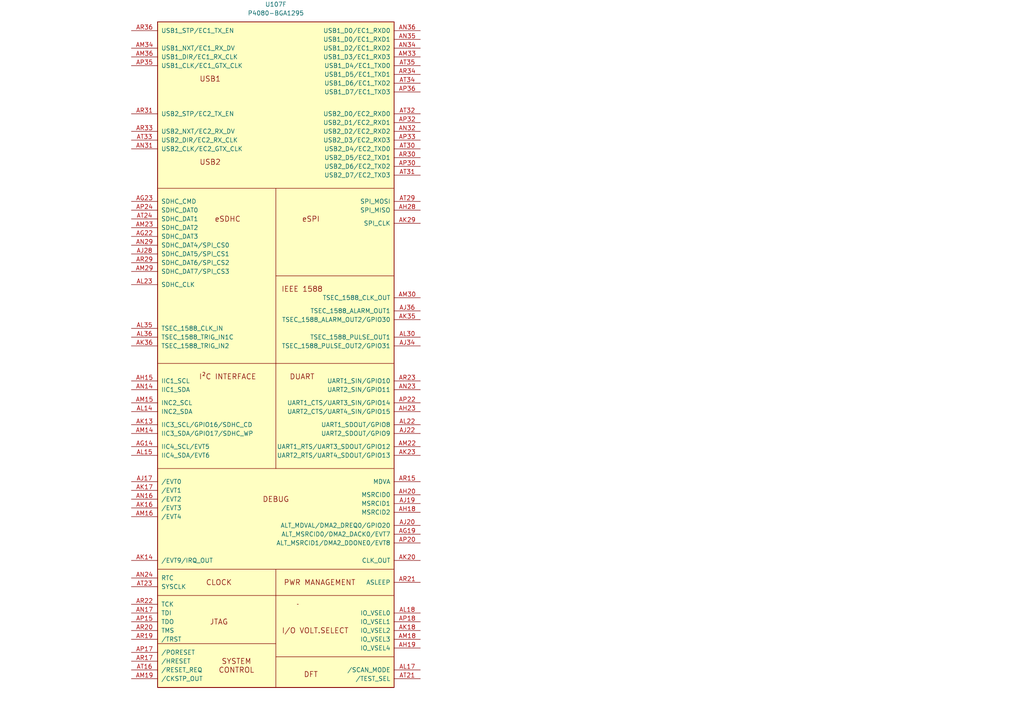
<source format=kicad_sch>
(kicad_sch (version 20250114) (generator "eeschema") (generator_version "9.0")
  (paper "A4")
  (lib_symbols
    (symbol "CPU:P4080-BGA1295" (pin_names (offset 1.016))
      (property "Reference" "U" (at 1.27 19.05 0))
      (property "Value" "P4080-BGA1295" (at 1.27 16.51 0))
      (symbol "P4080-BGA1295_1_1"
        (text "DDR SDRAM1" (at 1.27 26.67 900) (effects (font (size 2.54 2.54) (bold yes) (italic yes))))
        (pin bidirectional line (at -27.94 99.06 0) (length 7.62) (name "D1_MDQ0") (number "A17"))
        (pin bidirectional line (at -27.94 96.52 0) (length 7.62) (name "D1_MDQ1") (number "D17"))
        (pin bidirectional line (at -27.94 93.98 0) (length 7.62) (name "D1_MDQ2") (number "C14"))
        (pin bidirectional line (at -27.94 91.44 0) (length 7.62) (name "D1_MDQ3") (number "A14"))
        (pin bidirectional line (at -27.94 88.9 0) (length 7.62) (name "D1_MDQ4") (number "C17"))
        (pin bidirectional line (at -27.94 86.36 0) (length 7.62) (name "D1_MDQ5") (number "B17"))
        (pin bidirectional line (at -27.94 83.82 0) (length 7.62) (name "D1_MDQ6") (number "A15"))
        (pin bidirectional line (at -27.94 81.28 0) (length 7.62) (name "D1_MDQ7") (number "B15"))
        (pin bidirectional line (at -27.94 78.74 0) (length 7.62) (name "D1_MDQ8") (number "D15"))
        (pin bidirectional line (at -27.94 76.2 0) (length 7.62) (name "D1_MDQ9") (number "G15"))
        (pin bidirectional line (at -27.94 73.66 0) (length 7.62) (name "D1_MDQ10") (number "E12"))
        (pin bidirectional line (at -27.94 71.12 0) (length 7.62) (name "D1_MDQ11") (number "G12"))
        (pin bidirectional line (at -27.94 68.58 0) (length 7.62) (name "D1_MDQ12") (number "F16"))
        (pin bidirectional line (at -27.94 66.04 0) (length 7.62) (name "D1_MDQ13") (number "E15"))
        (pin bidirectional line (at -27.94 63.5 0) (length 7.62) (name "D1_MDQ14") (number "E13"))
        (pin bidirectional line (at -27.94 60.96 0) (length 7.62) (name "D1_MDQ15") (number "F13"))
        (pin bidirectional line (at -27.94 58.42 0) (length 7.62) (name "D1_MDQ16") (number "C8"))
        (pin bidirectional line (at -27.94 55.88 0) (length 7.62) (name "D1_MDQ17") (number "D12"))
        (pin bidirectional line (at -27.94 53.34 0) (length 7.62) (name "D1_MDQ18") (number "E9"))
        (pin bidirectional line (at -27.94 50.8 0) (length 7.62) (name "D1_MDQ19") (number "E10"))
        (pin bidirectional line (at -27.94 48.26 0) (length 7.62) (name "D1_MDQ20") (number "C11"))
        (pin bidirectional line (at -27.94 45.72 0) (length 7.62) (name "D1_MDQ21") (number "C10"))
        (pin bidirectional line (at -27.94 43.18 0) (length 7.62) (name "D1_MDQ22") (number "E6"))
        (pin bidirectional line (at -27.94 40.64 0) (length 7.62) (name "D1_MDQ23") (number "E7"))
        (pin bidirectional line (at -27.94 38.1 0) (length 7.62) (name "D1_MDQ24") (number "F7"))
        (pin bidirectional line (at -27.94 35.56 0) (length 7.62) (name "D1_MDQ25") (number "F11"))
        (pin bidirectional line (at -27.94 33.02 0) (length 7.62) (name "D1_MDQ26") (number "H10"))
        (pin bidirectional line (at -27.94 30.48 0) (length 7.62) (name "D1_MDQ27") (number "J10"))
        (pin bidirectional line (at -27.94 27.94 0) (length 7.62) (name "D1_MDQ28") (number "F10"))
        (pin bidirectional line (at -27.94 25.4 0) (length 7.62) (name "D1_MDQ29") (number "F8"))
        (pin bidirectional line (at -27.94 22.86 0) (length 7.62) (name "D1_MDQ30") (number "H7"))
        (pin bidirectional line (at -27.94 20.32 0) (length 7.62) (name "D1_MDQ31") (number "H9"))
        (pin bidirectional line (at -27.94 17.78 0) (length 7.62) (name "D1_MDQ32") (number "AC7"))
        (pin bidirectional line (at -27.94 15.24 0) (length 7.62) (name "D1_MDQ33") (number "AC6"))
        (pin bidirectional line (at -27.94 12.7 0) (length 7.62) (name "D1_MDQ34") (number "AF6"))
        (pin bidirectional line (at -27.94 10.16 0) (length 7.62) (name "D1_MDQ35") (number "AF7"))
        (pin bidirectional line (at -27.94 7.62 0) (length 7.62) (name "D1_MDQ36") (number "AB5"))
        (pin bidirectional line (at -27.94 5.08 0) (length 7.62) (name "D1_MDQ37") (number "AB6"))
        (pin bidirectional line (at -27.94 2.54 0) (length 7.62) (name "D1_MDQ38") (number "AE5"))
        (pin bidirectional line (at -27.94 0 0) (length 7.62) (name "D1_MDQ39") (number "AE6"))
        (pin bidirectional line (at -27.94 -2.54 0) (length 7.62) (name "D1_MDQ40") (number "AG5"))
        (pin bidirectional line (at -27.94 -5.08 0) (length 7.62) (name "D1_MDQ41") (number "AH9"))
        (pin bidirectional line (at -27.94 -7.62 0) (length 7.62) (name "D1_MDQ42") (number "AJ9"))
        (pin bidirectional line (at -27.94 -10.16 0) (length 7.62) (name "D1_MDQ43") (number "AJ10"))
        (pin bidirectional line (at -27.94 -12.7 0) (length 7.62) (name "D1_MDQ44") (number "AG8"))
        (pin bidirectional line (at -27.94 -15.24 0) (length 7.62) (name "D1_MDQ45") (number "AG7"))
        (pin bidirectional line (at -27.94 -17.78 0) (length 7.62) (name "D1_MDQ46") (number "AJ6"))
        (pin bidirectional line (at -27.94 -20.32 0) (length 7.62) (name "D1_MDQ47") (number "AJ7"))
        (pin bidirectional line (at -27.94 -22.86 0) (length 7.62) (name "D1_MDQ48") (number "AL9"))
        (pin bidirectional line (at -27.94 -25.4 0) (length 7.62) (name "D1_MDQ49") (number "AL8"))
        (pin bidirectional line (at -27.94 -27.94 0) (length 7.62) (name "D1_MDQ50") (number "AN10"))
        (pin bidirectional line (at -27.94 -30.48 0) (length 7.62) (name "D1_MDQ51") (number "AN11"))
        (pin bidirectional line (at -27.94 -33.02 0) (length 7.62) (name "D1_MDQ52") (number "AK8"))
        (pin bidirectional line (at -27.94 -35.56 0) (length 7.62) (name "D1_MDQ53") (number "AK7"))
        (pin bidirectional line (at -27.94 -38.1 0) (length 7.62) (name "D1_MDQ54") (number "AN7"))
        (pin bidirectional line (at -27.94 -40.64 0) (length 7.62) (name "D1_MDQ55") (number "AN8"))
        (pin bidirectional line (at -27.94 -43.18 0) (length 7.62) (name "D1_MDQ56") (number "AT9"))
        (pin bidirectional line (at -27.94 -45.72 0) (length 7.62) (name "D1_MDQ57") (number "AR10"))
        (pin bidirectional line (at -27.94 -48.26 0) (length 7.62) (name "D1_MDQ58") (number "AT13"))
        (pin bidirectional line (at -27.94 -50.8 0) (length 7.62) (name "D1_MDQ59") (number "AR13"))
        (pin bidirectional line (at -27.94 -53.34 0) (length 7.62) (name "D1_MDQ60") (number "AP9"))
        (pin bidirectional line (at -27.94 -55.88 0) (length 7.62) (name "D1_MDQ61") (number "AR9"))
        (pin bidirectional line (at -27.94 -58.42 0) (length 7.62) (name "D1_MDQ62") (number "AR12"))
        (pin bidirectional line (at -27.94 -60.96 0) (length 7.62) (name "D1_MDQ63") (number "AP12"))
        (pin bidirectional line (at -27.94 -64.77 0) (length 7.62) (name "D1_MECC0") (number "K9"))
        (pin bidirectional line (at -27.94 -67.31 0) (length 7.62) (name "D1_MECC1") (number "J5"))
        (pin bidirectional line (at -27.94 -69.85 0) (length 7.62) (name "D1_MECC2") (number "L10"))
        (pin bidirectional line (at -27.94 -72.39 0) (length 7.62) (name "D1_MECC3") (number "M10"))
        (pin bidirectional line (at -27.94 -74.93 0) (length 7.62) (name "D1_MECC4") (number "J8"))
        (pin bidirectional line (at -27.94 -77.47 0) (length 7.62) (name "D1_MECC5") (number "J7"))
        (pin bidirectional line (at -27.94 -80.01 0) (length 7.62) (name "D1_MECC6") (number "L7"))
        (pin bidirectional line (at -27.94 -82.55 0) (length 7.62) (name "D1_MECC7") (number "L9"))
        (pin input line (at -27.94 -86.36 0) (length 7.62) (name "/D1_MAPAR_ERR") (number "N8"))
        (pin output line (at -27.94 -88.9 0) (length 7.62) (name "D1_MAPAR_OUT") (number "Y7"))
        (pin bidirectional line (at -27.94 -92.71 0) (length 7.62) (name "D1_MDIC0") (number "T6"))
        (pin bidirectional line (at -27.94 -95.25 0) (length 7.62) (name "D1_MDIC1") (number "AA5"))
        (pin output line (at 30.48 99.06 180) (length 7.62) (name "D1_MBA0") (number "AA8"))
        (pin output line (at 30.48 96.52 180) (length 7.62) (name "D1_MBA1") (number "Y10"))
        (pin output line (at 30.48 93.98 180) (length 7.62) (name "D1_MBA2") (number "M8"))
        (pin output line (at 30.48 90.17 180) (length 7.62) (name "D1_MA0") (number "Y9"))
        (pin output line (at 30.48 87.63 180) (length 7.62) (name "D1_MA1") (number "U6"))
        (pin output line (at 30.48 85.09 180) (length 7.62) (name "D1_MA2") (number "U7"))
        (pin output line (at 30.48 82.55 180) (length 7.62) (name "D1_MA3") (number "U9"))
        (pin output line (at 30.48 80.01 180) (length 7.62) (name "D1_MA4") (number "U10"))
        (pin output line (at 30.48 77.47 180) (length 7.62) (name "D1_MA5") (number "T8"))
        (pin output line (at 30.48 74.93 180) (length 7.62) (name "D1_MA6") (number "T9"))
        (pin output line (at 30.48 72.39 180) (length 7.62) (name "D1_MA7") (number "R8"))
        (pin output line (at 30.48 69.85 180) (length 7.62) (name "D1_MA8") (number "R7"))
        (pin output line (at 30.48 67.31 180) (length 7.62) (name "D1_MA9") (number "P6"))
        (pin output line (at 30.48 64.77 180) (length 7.62) (name "D1_MA10") (number "AA7"))
        (pin output line (at 30.48 62.23 180) (length 7.62) (name "D1_MA11") (number "P7"))
        (pin output line (at 30.48 59.69 180) (length 7.62) (name "D1_MA12") (number "N6"))
        (pin output line (at 30.48 57.15 180) (length 7.62) (name "D1_MA13") (number "AE8"))
        (pin output line (at 30.48 54.61 180) (length 7.62) (name "D1_MA14") (number "M7"))
        (pin output line (at 30.48 52.07 180) (length 7.62) (name "D1_MA15") (number "L6"))
        (pin output line (at 30.48 48.26 180) (length 7.62) (name "/D1_MWE") (number "AB8"))
        (pin output line (at 30.48 45.72 180) (length 7.62) (name "/D1_MRAS") (number "AA10"))
        (pin output line (at 30.48 43.18 180) (length 7.62) (name "/D1_MCAS") (number "AC10"))
        (pin output line (at 30.48 39.37 180) (length 7.62) (name "/D1_MCS0") (number "AC9"))
        (pin output line (at 30.48 36.83 180) (length 7.62) (name "/D1_MCS1") (number "AE9"))
        (pin output line (at 30.48 34.29 180) (length 7.62) (name "/D1_MCS2") (number "AB9"))
        (pin output line (at 30.48 31.75 180) (length 7.62) (name "/D1_MCS3") (number "AF9"))
        (pin output line (at 30.48 27.94 180) (length 7.62) (name "D1_MCKE0") (number "P10"))
        (pin output line (at 30.48 25.4 180) (length 7.62) (name "D1_MCKE1") (number "R10"))
        (pin output line (at 30.48 22.86 180) (length 7.62) (name "D1_MCKE2") (number "P9"))
        (pin output line (at 30.48 20.32 180) (length 7.62) (name "D1_MCKE3") (number "N9"))
        (pin output line (at 30.48 16.51 180) (length 7.62) (name "D1_MCK0") (number "W6"))
        (pin output line (at 30.48 13.97 180) (length 7.62) (name "D1_MCK1") (number "V6"))
        (pin output line (at 30.48 11.43 180) (length 7.62) (name "D1_MCK2") (number "V8"))
        (pin output line (at 30.48 8.89 180) (length 7.62) (name "D1_MCK3") (number "W9"))
        (pin output line (at 30.48 6.35 180) (length 7.62) (name "D1_MCK4") (number "F1"))
        (pin output line (at 30.48 3.81 180) (length 7.62) (name "D1_MCK5") (number "AL1"))
        (pin output line (at 30.48 0 180) (length 7.62) (name "/D1_MCK0") (number "W5"))
        (pin output line (at 30.48 -2.54 180) (length 7.62) (name "/D1_MCK1") (number "V5"))
        (pin output line (at 30.48 -5.08 180) (length 7.62) (name "/D1_MCK2") (number "V9"))
        (pin output line (at 30.48 -7.62 180) (length 7.62) (name "/D1_MCK3") (number "W8"))
        (pin output line (at 30.48 -10.16 180) (length 7.62) (name "/D1_MCK4") (number "F2"))
        (pin output line (at 30.48 -12.7 180) (length 7.62) (name "/D1_MCK5") (number "AL2"))
        (pin output line (at 30.48 -16.51 180) (length 7.62) (name "D1_MODT0") (number "AD10"))
        (pin output line (at 30.48 -19.05 180) (length 7.62) (name "D1_MODT1") (number "AG10"))
        (pin output line (at 30.48 -21.59 180) (length 7.62) (name "D1_MODT2") (number "AD8"))
        (pin output line (at 30.48 -24.13 180) (length 7.62) (name "D1_MODT3") (number "AF10"))
        (pin output line (at 30.48 -27.94 180) (length 7.62) (name "D1_MDM0") (number "A16"))
        (pin output line (at 30.48 -30.48 180) (length 7.62) (name "D1_MDM1") (number "D14"))
        (pin output line (at 30.48 -33.02 180) (length 7.62) (name "D1_MDM2") (number "D11"))
        (pin output line (at 30.48 -35.56 180) (length 7.62) (name "D1_MDM3") (number "G11"))
        (pin output line (at 30.48 -38.1 180) (length 7.62) (name "D1_MDM4") (number "AD7"))
        (pin output line (at 30.48 -40.64 180) (length 7.62) (name "D1_MDM5") (number "AH8"))
        (pin output line (at 30.48 -43.18 180) (length 7.62) (name "D1_MDM6") (number "AL11"))
        (pin output line (at 30.48 -45.72 180) (length 7.62) (name "D1_MDM7") (number "AT10"))
        (pin output line (at 30.48 -48.26 180) (length 7.62) (name "D1_MDM8") (number "K8"))
        (pin bidirectional line (at 30.48 -52.07 180) (length 7.62) (name "D1_MDQS0") (number "C16"))
        (pin bidirectional line (at 30.48 -54.61 180) (length 7.62) (name "D1_MDQS1") (number "G14"))
        (pin bidirectional line (at 30.48 -57.15 180) (length 7.62) (name "D1_MDQS2") (number "D9"))
        (pin bidirectional line (at 30.48 -59.69 180) (length 7.62) (name "D1_MDQS3") (number "G9"))
        (pin bidirectional line (at 30.48 -62.23 180) (length 7.62) (name "D1_MDQS4") (number "AD5"))
        (pin bidirectional line (at 30.48 -64.77 180) (length 7.62) (name "D1_MDQS5") (number "AH6"))
        (pin bidirectional line (at 30.48 -67.31 180) (length 7.62) (name "D1_MDQS6") (number "AM10"))
        (pin bidirectional line (at 30.48 -69.85 180) (length 7.62) (name "D1_MDQS7") (number "AT12"))
        (pin bidirectional line (at 30.48 -72.39 180) (length 7.62) (name "D1_MDQS8") (number "K6"))
        (pin bidirectional line (at 30.48 -76.2 180) (length 7.62) (name "/D1_MDQS0") (number "B16"))
        (pin bidirectional line (at 30.48 -78.74 180) (length 7.62) (name "/D1_MDQS1") (number "F14"))
        (pin bidirectional line (at 30.48 -81.28 180) (length 7.62) (name "/D1_MDQS2") (number "D8"))
        (pin bidirectional line (at 30.48 -83.82 180) (length 7.62) (name "/D1_MDQS3") (number "G8"))
        (pin bidirectional line (at 30.48 -86.36 180) (length 7.62) (name "/D1_MDQS4") (number "AD4"))
        (pin bidirectional line (at 30.48 -88.9 180) (length 7.62) (name "/D1_MDQS5") (number "AH5"))
        (pin bidirectional line (at 30.48 -91.44 180) (length 7.62) (name "/D1_MDQS6") (number "AM9"))
        (pin bidirectional line (at 30.48 -93.98 180) (length 7.62) (name "/D1_MDQS7") (number "AT11"))
        (pin bidirectional line (at 30.48 -96.52 180) (length 7.62) (name "/D1_MDQS8") (number "K5"))
      )
      (symbol "P4080-BGA1295_2_1"
        (text "DDR SDRAM2" (at 1.27 26.67 900) (effects (font (size 2.54 2.54) (bold yes) (italic yes))))
        (pin bidirectional line (at -27.94 99.06 0) (length 7.62) (name "D2_MDQ0") (number "C13"))
        (pin bidirectional line (at -27.94 96.52 0) (length 7.62) (name "D2_MDQ1") (number "A12"))
        (pin bidirectional line (at -27.94 93.98 0) (length 7.62) (name "D2_MDQ2") (number "B9"))
        (pin bidirectional line (at -27.94 91.44 0) (length 7.62) (name "D2_MDQ3") (number "A8"))
        (pin bidirectional line (at -27.94 88.9 0) (length 7.62) (name "D2_MDQ4") (number "A13"))
        (pin bidirectional line (at -27.94 86.36 0) (length 7.62) (name "D2_MDQ5") (number "B13"))
        (pin bidirectional line (at -27.94 83.82 0) (length 7.62) (name "D2_MDQ6") (number "B10"))
        (pin bidirectional line (at -27.94 81.28 0) (length 7.62) (name "D2_MDQ7") (number "A9"))
        (pin bidirectional line (at -27.94 78.74 0) (length 7.62) (name "D2_MDQ8") (number "A7"))
        (pin bidirectional line (at -27.94 76.2 0) (length 7.62) (name "D2_MDQ9") (number "D6"))
        (pin bidirectional line (at -27.94 73.66 0) (length 7.62) (name "D2_MDQ10") (number "A4"))
        (pin bidirectional line (at -27.94 71.12 0) (length 7.62) (name "D2_MDQ11") (number "B4"))
        (pin bidirectional line (at -27.94 68.58 0) (length 7.62) (name "D2_MDQ12") (number "C7"))
        (pin bidirectional line (at -27.94 66.04 0) (length 7.62) (name "D2_MDQ13") (number "B7"))
        (pin bidirectional line (at -27.94 63.5 0) (length 7.62) (name "D2_MDQ14") (number "C5"))
        (pin bidirectional line (at -27.94 60.96 0) (length 7.62) (name "D2_MDQ15") (number "D5"))
        (pin bidirectional line (at -27.94 58.42 0) (length 7.62) (name "D2_MDQ16") (number "B1"))
        (pin bidirectional line (at -27.94 55.88 0) (length 7.62) (name "D2_MDQ17") (number "B3"))
        (pin bidirectional line (at -27.94 53.34 0) (length 7.62) (name "D2_MDQ18") (number "D3"))
        (pin bidirectional line (at -27.94 50.8 0) (length 7.62) (name "D2_MDQ19") (number "E1"))
        (pin bidirectional line (at -27.94 48.26 0) (length 7.62) (name "D2_MDQ20") (number "A3"))
        (pin bidirectional line (at -27.94 45.72 0) (length 7.62) (name "D2_MDQ21") (number "A2"))
        (pin bidirectional line (at -27.94 43.18 0) (length 7.62) (name "D2_MDQ22") (number "D1"))
        (pin bidirectional line (at -27.94 40.64 0) (length 7.62) (name "D2_MDQ23") (number "D2"))
        (pin bidirectional line (at -27.94 38.1 0) (length 7.62) (name "D2_MDQ24") (number "F4"))
        (pin bidirectional line (at -27.94 35.56 0) (length 7.62) (name "D2_MDQ25") (number "F5"))
        (pin bidirectional line (at -27.94 33.02 0) (length 7.62) (name "D2_MDQ26") (number "H4"))
        (pin bidirectional line (at -27.94 30.48 0) (length 7.62) (name "D2_MDQ27") (number "H6"))
        (pin bidirectional line (at -27.94 27.94 0) (length 7.62) (name "D2_MDQ28") (number "E4"))
        (pin bidirectional line (at -27.94 25.4 0) (length 7.62) (name "D2_MDQ29") (number "E3"))
        (pin bidirectional line (at -27.94 22.86 0) (length 7.62) (name "D2_MDQ30") (number "H3"))
        (pin bidirectional line (at -27.94 20.32 0) (length 7.62) (name "D2_MDQ31") (number "H1"))
        (pin bidirectional line (at -27.94 17.78 0) (length 7.62) (name "D2_MDQ32") (number "AG4"))
        (pin bidirectional line (at -27.94 15.24 0) (length 7.62) (name "D2_MDQ33") (number "AG2"))
        (pin bidirectional line (at -27.94 12.7 0) (length 7.62) (name "D2_MDQ34") (number "AJ3"))
        (pin bidirectional line (at -27.94 10.16 0) (length 7.62) (name "D2_MDQ35") (number "AJ1"))
        (pin bidirectional line (at -27.94 7.62 0) (length 7.62) (name "D2_MDQ36") (number "AF4"))
        (pin bidirectional line (at -27.94 5.08 0) (length 7.62) (name "D2_MDQ37") (number "AF3"))
        (pin bidirectional line (at -27.94 2.54 0) (length 7.62) (name "D2_MDQ38") (number "AH1"))
        (pin bidirectional line (at -27.94 0 0) (length 7.62) (name "D2_MDQ39") (number "AJ4"))
        (pin bidirectional line (at -27.94 -2.54 0) (length 7.62) (name "D2_MDQ40") (number "AL6"))
        (pin bidirectional line (at -27.94 -5.08 0) (length 7.62) (name "D2_MDQ41") (number "AL5"))
        (pin bidirectional line (at -27.94 -7.62 0) (length 7.62) (name "D2_MDQ42") (number "AN4"))
        (pin bidirectional line (at -27.94 -10.16 0) (length 7.62) (name "D2_MDQ43") (number "AN5"))
        (pin bidirectional line (at -27.94 -12.7 0) (length 7.62) (name "D2_MDQ44") (number "AK5"))
        (pin bidirectional line (at -27.94 -15.24 0) (length 7.62) (name "D2_MDQ45") (number "AK4"))
        (pin bidirectional line (at -27.94 -17.78 0) (length 7.62) (name "D2_MDQ46") (number "AM6"))
        (pin bidirectional line (at -27.94 -20.32 0) (length 7.62) (name "D2_MDQ47") (number "AM7"))
        (pin bidirectional line (at -27.94 -22.86 0) (length 7.62) (name "D2_MDQ48") (number "AN1"))
        (pin bidirectional line (at -27.94 -25.4 0) (length 7.62) (name "D2_MDQ49") (number "AP3"))
        (pin bidirectional line (at -27.94 -27.94 0) (length 7.62) (name "D2_MDQ50") (number "AT1"))
        (pin bidirectional line (at -27.94 -30.48 0) (length 7.62) (name "D2_MDQ51") (number "AT2"))
        (pin bidirectional line (at -27.94 -33.02 0) (length 7.62) (name "D2_MDQ52") (number "AM1"))
        (pin bidirectional line (at -27.94 -35.56 0) (length 7.62) (name "D2_MDQ53") (number "AN2"))
        (pin bidirectional line (at -27.94 -38.1 0) (length 7.62) (name "D2_MDQ54") (number "AR3"))
        (pin bidirectional line (at -27.94 -40.64 0) (length 7.62) (name "D2_MDQ55") (number "AT3"))
        (pin bidirectional line (at -27.94 -43.18 0) (length 7.62) (name "D2_MDQ56") (number "AP5"))
        (pin bidirectional line (at -27.94 -45.72 0) (length 7.62) (name "D2_MDQ57") (number "AT5"))
        (pin bidirectional line (at -27.94 -48.26 0) (length 7.62) (name "D2_MDQ58") (number "AP8"))
        (pin bidirectional line (at -27.94 -50.8 0) (length 7.62) (name "D2_MDQ59") (number "AT8"))
        (pin bidirectional line (at -27.94 -53.34 0) (length 7.62) (name "D2_MDQ60") (number "AR4"))
        (pin bidirectional line (at -27.94 -55.88 0) (length 7.62) (name "D2_MDQ61") (number "AT4"))
        (pin bidirectional line (at -27.94 -58.42 0) (length 7.62) (name "D2_MDQ62") (number "AR7"))
        (pin bidirectional line (at -27.94 -60.96 0) (length 7.62) (name "D2_MDQ63") (number "AT7"))
        (pin bidirectional line (at -27.94 -64.77 0) (length 7.62) (name "D2_MECC0") (number "J1"))
        (pin bidirectional line (at -27.94 -67.31 0) (length 7.62) (name "D2_MECC1") (number "K3"))
        (pin bidirectional line (at -27.94 -69.85 0) (length 7.62) (name "D2_MECC2") (number "M5"))
        (pin bidirectional line (at -27.94 -72.39 0) (length 7.62) (name "D2_MECC3") (number "N5"))
        (pin bidirectional line (at -27.94 -74.93 0) (length 7.62) (name "D2_MECC4") (number "J4"))
        (pin bidirectional line (at -27.94 -77.47 0) (length 7.62) (name "D2_MECC5") (number "J2"))
        (pin bidirectional line (at -27.94 -80.01 0) (length 7.62) (name "D2_MECC6") (number "L3"))
        (pin bidirectional line (at -27.94 -82.55 0) (length 7.62) (name "D2_MECC7") (number "L4"))
        (pin input line (at -27.94 -86.36 0) (length 7.62) (name "/D2_MAPA_ERR") (number "N2"))
        (pin output line (at -27.94 -88.9 0) (length 7.62) (name "D2_MAPAR_OUT") (number "Y1"))
        (pin bidirectional line (at -27.94 -92.71 0) (length 7.62) (name "D2_MDIC0") (number "AA4"))
        (pin bidirectional line (at -27.94 -95.25 0) (length 7.62) (name "D2_MDIC1") (number "Y6"))
        (pin output line (at 30.48 99.06 180) (length 7.62) (name "D2_MBA0") (number "AA3"))
        (pin output line (at 30.48 96.52 180) (length 7.62) (name "D2_MBA1") (number "AA1"))
        (pin output line (at 30.48 93.98 180) (length 7.62) (name "D2_MBA2") (number "M1"))
        (pin output line (at 30.48 90.17 180) (length 7.62) (name "D2_MA0") (number "Y4"))
        (pin output line (at 30.48 87.63 180) (length 7.62) (name "D2_MA1") (number "U1"))
        (pin output line (at 30.48 85.09 180) (length 7.62) (name "D2_MA2") (number "U4"))
        (pin output line (at 30.48 82.55 180) (length 7.62) (name "D2_MA3") (number "T1"))
        (pin output line (at 30.48 80.01 180) (length 7.62) (name "D2_MA4") (number "T2"))
        (pin output line (at 30.48 77.47 180) (length 7.62) (name "D2_MA5") (number "T3"))
        (pin output line (at 30.48 74.93 180) (length 7.62) (name "D2_MA6") (number "R1"))
        (pin output line (at 30.48 72.39 180) (length 7.62) (name "D2_MA7") (number "R4"))
        (pin output line (at 30.48 69.85 180) (length 7.62) (name "D2_MA8") (number "R2"))
        (pin output line (at 30.48 67.31 180) (length 7.62) (name "D2_MA9") (number "P1"))
        (pin output line (at 30.48 64.77 180) (length 7.62) (name "D2_MA10") (number "AA2"))
        (pin output line (at 30.48 62.23 180) (length 7.62) (name "D2_MA11") (number "P3"))
        (pin output line (at 30.48 59.69 180) (length 7.62) (name "D2_MA12") (number "N1"))
        (pin output line (at 30.48 57.15 180) (length 7.62) (name "D2_MA13") (number "AC4"))
        (pin output line (at 30.48 54.61 180) (length 7.62) (name "D2_MA14") (number "N3"))
        (pin output line (at 30.48 52.07 180) (length 7.62) (name "D2_MA15") (number "M2"))
        (pin output line (at 30.48 48.26 180) (length 7.62) (name "/D2_MWE") (number "AB2"))
        (pin output line (at 30.48 45.72 180) (length 7.62) (name "/D2_MRAS") (number "AB1"))
        (pin output line (at 30.48 43.18 180) (length 7.62) (name "/D2_MCAS") (number "AC3"))
        (pin output line (at 30.48 39.37 180) (length 7.62) (name "/D2_MCS0") (number "AC1"))
        (pin output line (at 30.48 36.83 180) (length 7.62) (name "/D2_MCS1") (number "AE1"))
        (pin output line (at 30.48 34.29 180) (length 7.62) (name "/D2_MCS2") (number "AB3"))
        (pin output line (at 30.48 31.75 180) (length 7.62) (name "/D2_MCS3") (number "AE2"))
        (pin output line (at 30.48 27.94 180) (length 7.62) (name "D2_MCKE0") (number "R5"))
        (pin output line (at 30.48 25.4 180) (length 7.62) (name "D2_MCKE1") (number "T5"))
        (pin output line (at 30.48 22.86 180) (length 7.62) (name "D2_MCKE2") (number "P4"))
        (pin output line (at 30.48 20.32 180) (length 7.62) (name "D2_MCKE3") (number "M4"))
        (pin output line (at 30.48 16.51 180) (length 7.62) (name "D2_MCK0") (number "W3"))
        (pin output line (at 30.48 13.97 180) (length 7.62) (name "D2_MCK1") (number "V3"))
        (pin output line (at 30.48 11.43 180) (length 7.62) (name "D2_MCK2") (number "V1"))
        (pin output line (at 30.48 8.89 180) (length 7.62) (name "D2_MCK3") (number "W2"))
        (pin output line (at 30.48 6.35 180) (length 7.62) (name "D2_MCK4") (number "G1"))
        (pin output line (at 30.48 3.81 180) (length 7.62) (name "D2_MCK5") (number "AK2"))
        (pin output line (at 30.48 0 180) (length 7.62) (name "/D2_MCK0") (number "W4"))
        (pin output line (at 30.48 -2.54 180) (length 7.62) (name "/D2_MCK1") (number "V4"))
        (pin output line (at 30.48 -5.08 180) (length 7.62) (name "/D2_MCK2") (number "V2"))
        (pin output line (at 30.48 -7.62 180) (length 7.62) (name "/D2_MCK3") (number "W1"))
        (pin output line (at 30.48 -10.16 180) (length 7.62) (name "/D2_MCK4") (number "G2"))
        (pin output line (at 30.48 -12.7 180) (length 7.62) (name "/D2_MCK5") (number "AK1"))
        (pin output line (at 30.48 -16.51 180) (length 7.62) (name "D2_MODT0") (number "AD2"))
        (pin output line (at 30.48 -19.05 180) (length 7.62) (name "D2_MODT1") (number "AF1"))
        (pin output line (at 30.48 -21.59 180) (length 7.62) (name "D2_MODT2") (number "AD1"))
        (pin output line (at 30.48 -24.13 180) (length 7.62) (name "D2_MODT3") (number "AE3"))
        (pin output line (at 30.48 -27.94 180) (length 7.62) (name "D2_MDM0") (number "B12"))
        (pin output line (at 30.48 -30.48 180) (length 7.62) (name "D2_MDM1") (number "B6"))
        (pin output line (at 30.48 -33.02 180) (length 7.62) (name "D2_MDM2") (number "C4"))
        (pin output line (at 30.48 -35.56 180) (length 7.62) (name "D2_MDM3") (number "G3"))
        (pin output line (at 30.48 -38.1 180) (length 7.62) (name "D2_MDM4") (number "AG1"))
        (pin output line (at 30.48 -40.64 180) (length 7.62) (name "D2_MDM5") (number "AL3"))
        (pin output line (at 30.48 -43.18 180) (length 7.62) (name "D2_MDM6") (number "AP2"))
        (pin output line (at 30.48 -45.72 180) (length 7.62) (name "D2_MDM7") (number "AP6"))
        (pin output line (at 30.48 -48.26 180) (length 7.62) (name "D2_MDM8") (number "K2"))
        (pin bidirectional line (at 30.48 -52.07 180) (length 7.62) (name "D2_MDQS0") (number "A10"))
        (pin bidirectional line (at 30.48 -54.61 180) (length 7.62) (name "D2_MDQS1") (number "A5"))
        (pin bidirectional line (at 30.48 -57.15 180) (length 7.62) (name "D2_MDQS2") (number "C2"))
        (pin bidirectional line (at 30.48 -59.69 180) (length 7.62) (name "D2_MDQS3") (number "G6"))
        (pin bidirectional line (at 30.48 -62.23 180) (length 7.62) (name "D2_MDQS4") (number "AH2"))
        (pin bidirectional line (at 30.48 -64.77 180) (length 7.62) (name "D2_MDQS5") (number "AM4"))
        (pin bidirectional line (at 30.48 -67.31 180) (length 7.62) (name "D2_MDQS6") (number "AR1"))
        (pin bidirectional line (at 30.48 -69.85 180) (length 7.62) (name "D2_MDQS7") (number "AR6"))
        (pin bidirectional line (at 30.48 -72.39 180) (length 7.62) (name "D2_MDQS8") (number "L1"))
        (pin bidirectional line (at 30.48 -76.2 180) (length 7.62) (name "/D2_MDQS0") (number "A11"))
        (pin bidirectional line (at 30.48 -78.74 180) (length 7.62) (name "/D2_MDQS1") (number "A6"))
        (pin bidirectional line (at 30.48 -81.28 180) (length 7.62) (name "/D2_MDQS2") (number "C1"))
        (pin bidirectional line (at 30.48 -83.82 180) (length 7.62) (name "/D2_MDQS3") (number "G5"))
        (pin bidirectional line (at 30.48 -86.36 180) (length 7.62) (name "/D2_MDQS4") (number "AH3"))
        (pin bidirectional line (at 30.48 -88.9 180) (length 7.62) (name "/D2_MDQS5") (number "AM3"))
        (pin bidirectional line (at 30.48 -91.44 180) (length 7.62) (name "/D2_MDQS6") (number "AP1"))
        (pin bidirectional line (at 30.48 -93.98 180) (length 7.62) (name "/D2_MDQS7") (number "AT6"))
        (pin bidirectional line (at 30.48 -96.52 180) (length 7.62) (name "/D2_MDQS8") (number "K1"))
      )
      (symbol "P4080-BGA1295_3_1"
        (text "PROG INTERRUPT" (at -13.97 -5.08 0) (effects (font (size 1.27 1.27) (bold yes) (italic yes))))
        (text "CONTROLLER" (at -13.97 -7.62 0) (effects (font (size 1.27 1.27) (bold yes) (italic yes))))
        (text "GENERAL-PURPOSE" (at -8.89 -64.77 0) (effects (font (size 1.524 1.524) (bold yes) (italic yes))))
        (text "INPUT/OUTPUT" (at -8.89 -68.58 0) (effects (font (size 1.524 1.524) (bold yes) (italic yes))))
        (text "LOCAL BUS CONTROLLER" (at 0 69.85 0) (effects (font (size 1.524 1.524) (bold yes) (italic yes))))
        (text "INTERFACE" (at 0 66.04 0) (effects (font (size 1.524 1.524) (bold yes) (italic yes))))
        (text "DMA" (at 0 7.62 0) (effects (font (size 1.524 1.524) (bold yes) (italic yes))))
        (pin bidirectional line (at -30.48 86.36 0) (length 7.62) (name "LAD0") (number "K26"))
        (pin bidirectional line (at -30.48 83.82 0) (length 7.62) (name "LAD1") (number "L26"))
        (pin bidirectional line (at -30.48 81.28 0) (length 7.62) (name "LAD2") (number "J26"))
        (pin bidirectional line (at -30.48 78.74 0) (length 7.62) (name "LAD3") (number "H25"))
        (pin bidirectional line (at -30.48 76.2 0) (length 7.62) (name "LAD4") (number "F25"))
        (pin bidirectional line (at -30.48 73.66 0) (length 7.62) (name "LAD5") (number "H24"))
        (pin bidirectional line (at -30.48 71.12 0) (length 7.62) (name "LAD6") (number "G24"))
        (pin bidirectional line (at -30.48 68.58 0) (length 7.62) (name "LAD7") (number "G23"))
        (pin bidirectional line (at -30.48 66.04 0) (length 7.62) (name "LAD8") (number "E23"))
        (pin bidirectional line (at -30.48 63.5 0) (length 7.62) (name "LAD9") (number "D23"))
        (pin bidirectional line (at -30.48 60.96 0) (length 7.62) (name "LAD10") (number "J22"))
        (pin bidirectional line (at -30.48 58.42 0) (length 7.62) (name "LAD11") (number "G22"))
        (pin bidirectional line (at -30.48 55.88 0) (length 7.62) (name "LAD12") (number "F19"))
        (pin bidirectional line (at -30.48 53.34 0) (length 7.62) (name "LAD13") (number "J18"))
        (pin bidirectional line (at -30.48 50.8 0) (length 7.62) (name "LAD14") (number "K18"))
        (pin bidirectional line (at -30.48 48.26 0) (length 7.62) (name "LAD15") (number "J17"))
        (pin bidirectional line (at -30.48 43.18 0) (length 7.62) (name "LDP0") (number "J24"))
        (pin bidirectional line (at -30.48 40.64 0) (length 7.62) (name "LDP1") (number "K23"))
        (pin output line (at -30.48 35.56 0) (length 7.62) (name "LGPL0") (number "B25"))
        (pin output line (at -30.48 33.02 0) (length 7.62) (name "LGPL1") (number "E25"))
        (pin output line (at -30.48 30.48 0) (length 7.62) (name "LGPL2") (number "D25"))
        (pin output line (at -30.48 27.94 0) (length 7.62) (name "LGPL3") (number "H26"))
        (pin bidirectional line (at -30.48 25.4 0) (length 7.62) (name "LGPL4") (number "C25"))
        (pin output line (at -30.48 22.86 0) (length 7.62) (name "LGPL5") (number "E26"))
        (pin output line (at -30.48 16.51 0) (length 7.62) (name "LCLK0") (number "C24"))
        (pin output line (at -30.48 13.97 0) (length 7.62) (name "LCLK1") (number "C23"))
        (pin input line (at -30.48 -10.16 0) (length 7.62) (name "IRQ0") (number "AJ16"))
        (pin input line (at -30.48 -12.7 0) (length 7.62) (name "IRQ1") (number "AH16"))
        (pin input line (at -30.48 -15.24 0) (length 7.62) (name "IRQ2") (number "AK12"))
        (pin input line (at -30.48 -17.78 0) (length 7.62) (name "IRQ3/GPIO21") (number "AJ15"))
        (pin input line (at -30.48 -20.32 0) (length 7.62) (name "IRQ4/GPIO22") (number "AH17"))
        (pin input line (at -30.48 -22.86 0) (length 7.62) (name "IRQ5/GPIO23") (number "AJ13"))
        (pin input line (at -30.48 -25.4 0) (length 7.62) (name "IRQ6/GPIO24") (number "AG17"))
        (pin input line (at -30.48 -27.94 0) (length 7.62) (name "IRQ7/GPIO25") (number "AM13"))
        (pin input line (at -30.48 -30.48 0) (length 7.62) (name "IRQ8/GPIO26") (number "AG13"))
        (pin input line (at -30.48 -33.02 0) (length 7.62) (name "IRQ9/GPIO27") (number "AK11"))
        (pin input line (at -30.48 -38.1 0) (length 7.62) (name "IRQ11/GPIO29") (number "AL12"))
        (pin output line (at -30.48 -41.91 0) (length 7.62) (name "/IRQ_OUT/EVT9") (number "AK14"))
        (pin input line (at -30.48 -45.72 0) (length 7.62) (name "/TMP_DETECT") (number "AN19"))
        (pin output line (at 30.48 86.36 180) (length 7.62) (name "LA16") (number "J25"))
        (pin output line (at 30.48 83.82 180) (length 7.62) (name "LA17") (number "G25"))
        (pin output line (at 30.48 81.28 180) (length 7.62) (name "LA18") (number "H23"))
        (pin output line (at 30.48 78.74 180) (length 7.62) (name "LA19") (number "F22"))
        (pin output line (at 30.48 76.2 180) (length 7.62) (name "LA20") (number "H22"))
        (pin output line (at 30.48 73.66 180) (length 7.62) (name "LA21") (number "E21"))
        (pin output line (at 30.48 71.12 180) (length 7.62) (name "LA22") (number "F21"))
        (pin output line (at 30.48 68.58 180) (length 7.62) (name "LA23") (number "H21"))
        (pin output line (at 30.48 66.04 180) (length 7.62) (name "LA24") (number "K21"))
        (pin output line (at 30.48 63.5 180) (length 7.62) (name "LA25") (number "G20"))
        (pin output line (at 30.48 60.96 180) (length 7.62) (name "LA26") (number "J20"))
        (pin output line (at 30.48 58.42 180) (length 7.62) (name "LA27") (number "K20"))
        (pin output line (at 30.48 55.88 180) (length 7.62) (name "LA28") (number "G19"))
        (pin output line (at 30.48 53.34 180) (length 7.62) (name "LA29") (number "H19"))
        (pin output line (at 30.48 50.8 180) (length 7.62) (name "LA30") (number "J19"))
        (pin output line (at 30.48 48.26 180) (length 7.62) (name "LA31") (number "G18"))
        (pin output line (at 30.48 44.45 180) (length 7.62) (name "/LCS0") (number "D19"))
        (pin output line (at 30.48 41.91 180) (length 7.62) (name "/LCS1") (number "D20"))
        (pin output line (at 30.48 39.37 180) (length 7.62) (name "/LCS2") (number "E20"))
        (pin output line (at 30.48 36.83 180) (length 7.62) (name "/LCS3") (number "D21"))
        (pin output line (at 30.48 34.29 180) (length 7.62) (name "/LCS4") (number "D22"))
        (pin output line (at 30.48 31.75 180) (length 7.62) (name "/LCS5") (number "B23"))
        (pin output line (at 30.48 29.21 180) (length 7.62) (name "/LCS6") (number "F24"))
        (pin output line (at 30.48 26.67 180) (length 7.62) (name "/LCS7") (number "G26"))
        (pin output line (at 30.48 22.86 180) (length 7.62) (name "/LWE0") (number "D24"))
        (pin output line (at 30.48 20.32 180) (length 7.62) (name "/LWE1") (number "A24"))
        (pin output line (at 30.48 16.51 180) (length 7.62) (name "LBCTL") (number "C22"))
        (pin bidirectional line (at 30.48 13.97 180) (length 7.62) (name "LALE") (number "A23"))
        (pin output line (at 30.48 6.35 180) (length 7.62) (name "/DMA1_DDONE0") (number "AN21"))
        (pin output line (at 30.48 2.54 180) (length 7.62) (name "/DMA2_DACK0") (number "AG19"))
        (pin output line (at 30.48 0 180) (length 7.62) (name "/DMA2_DDONE0") (number "AP20"))
        (pin bidirectional line (at 30.48 -5.08 180) (length 7.62) (name "GPIO0") (number "AL21"))
        (pin bidirectional line (at 30.48 -7.62 180) (length 7.62) (name "GPIO1") (number "AK22"))
        (pin bidirectional line (at 30.48 -10.16 180) (length 7.62) (name "GPIO2") (number "AM20"))
        (pin bidirectional line (at 30.48 -12.7 180) (length 7.62) (name "GPIO3") (number "AN20"))
        (pin bidirectional line (at 30.48 -15.24 180) (length 7.62) (name "GPIO4") (number "AH21"))
        (pin bidirectional line (at 30.48 -17.78 180) (length 7.62) (name "GPIO5") (number "AJ21"))
        (pin bidirectional line (at 30.48 -20.32 180) (length 7.62) (name "GPIO6") (number "AK21"))
        (pin bidirectional line (at 30.48 -22.86 180) (length 7.62) (name "GPIO7") (number "AG20"))
        (pin bidirectional line (at 30.48 -25.4 180) (length 7.62) (name "GPIO8/UART1_SOUT") (number "AL22"))
        (pin bidirectional line (at 30.48 -27.94 180) (length 7.62) (name "GPIO9/UART2_SOUT") (number "AJ22"))
        (pin bidirectional line (at 30.48 -30.48 180) (length 7.62) (name "GPIO10/UART1_SIN") (number "AR23"))
        (pin bidirectional line (at 30.48 -33.02 180) (length 7.62) (name "GPIO11/UART2_SIN") (number "AN23"))
        (pin bidirectional line (at 30.48 -35.56 180) (length 7.62) (name "GPIO12/RTS/UART3_SOUT") (number "AM22"))
        (pin bidirectional line (at 30.48 -38.1 180) (length 7.62) (name "GPIO13/RTS/UART4_SOUT") (number "AK23"))
        (pin bidirectional line (at 30.48 -40.64 180) (length 7.62) (name "GPIO14/CTS/UART3_SIN") (number "AP22"))
        (pin bidirectional line (at 30.48 -43.18 180) (length 7.62) (name "GPIO15/CTS/UART4_SIN") (number "AH23"))
        (pin bidirectional line (at 30.48 -45.72 180) (length 7.62) (name "GPIO16/IIC3_SCL/SDHC_CD") (number "AK13"))
        (pin bidirectional line (at 30.48 -48.26 180) (length 7.62) (name "GPIO17/IIC3_SDA/SDHC_WP") (number "AM14"))
        (pin bidirectional line (at 30.48 -50.8 180) (length 7.62) (name "GPIO18/DMA1_DREQ0") (number "AP21"))
        (pin bidirectional line (at 30.48 -53.34 180) (length 7.62) (name "GPIO19/DMA1_DACK0") (number "AL19"))
        (pin bidirectional line (at 30.48 -55.88 180) (length 7.62) (name "GPIO20/DMA2_DREQ0/ALT_MDVAL") (number "AJ20"))
        (pin bidirectional line (at 30.48 -76.2 180) (length 7.62) (name "GPIO28/IRQ10") (number "AH14"))
        (pin bidirectional line (at 30.48 -81.28 180) (length 7.62) (name "GPIO30/TSEC_1588_ALARM_OUT2") (number "AK35"))
        (pin bidirectional line (at 30.48 -83.82 180) (length 7.62) (name "GPIO31/TSEC_1588_PULSE_OUT2") (number "AJ34"))
      )
      (symbol "P4080-BGA1295_4_1"
        (text "SERDES" (at 0 29.21 0) (effects (font (size 2.54 2.54) (bold yes) (italic yes))))
        (pin input line (at -27.94 55.88 0) (length 7.62) (name "SD_RX0") (number "C28"))
        (pin input line (at -27.94 53.34 0) (length 7.62) (name "SD_RX1") (number "A29"))
        (pin input line (at -27.94 50.8 0) (length 7.62) (name "SD_RX2") (number "C30"))
        (pin input line (at -27.94 48.26 0) (length 7.62) (name "SD_RX3") (number "A31"))
        (pin input line (at -27.94 45.72 0) (length 7.62) (name "SD_RX4") (number "D36"))
        (pin input line (at -27.94 43.18 0) (length 7.62) (name "SD_RX5") (number "F36"))
        (pin input line (at -27.94 40.64 0) (length 7.62) (name "SD_RX6") (number "H36"))
        (pin input line (at -27.94 38.1 0) (length 7.62) (name "SD_RX7") (number "K36"))
        (pin input line (at -27.94 35.56 0) (length 7.62) (name "SD_RX8") (number "L34"))
        (pin input line (at -27.94 33.02 0) (length 7.62) (name "SD_RX9") (number "M36"))
        (pin input line (at -27.94 30.48 0) (length 7.62) (name "SD_RX10") (number "P36"))
        (pin input line (at -27.94 27.94 0) (length 7.62) (name "SD_RX11") (number "T34"))
        (pin input line (at -27.94 25.4 0) (length 7.62) (name "SD_RX12") (number "W36"))
        (pin input line (at -27.94 22.86 0) (length 7.62) (name "SD_RX13") (number "Y34"))
        (pin input line (at -27.94 20.32 0) (length 7.62) (name "SD_RX14") (number "AA36"))
        (pin input line (at -27.94 17.78 0) (length 7.62) (name "SD_RX15") (number "AC36"))
        (pin input line (at -27.94 15.24 0) (length 7.62) (name "SD_RX16") (number "AF34"))
        (pin input line (at -27.94 12.7 0) (length 7.62) (name "SD_RX17") (number "AG36"))
        (pin input line (at -27.94 7.62 0) (length 7.62) (name "/SD_RX0") (number "D28"))
        (pin input line (at -27.94 5.08 0) (length 7.62) (name "/SD_RX1") (number "B29"))
        (pin input line (at -27.94 2.54 0) (length 7.62) (name "/SD_RX2") (number "D30"))
        (pin input line (at -27.94 0 0) (length 7.62) (name "/SD_RX3") (number "B31"))
        (pin input line (at -27.94 -2.54 0) (length 7.62) (name "/SD_RX4") (number "C36"))
        (pin input line (at -27.94 -5.08 0) (length 7.62) (name "/SD_RX5") (number "F35"))
        (pin input line (at -27.94 -7.62 0) (length 7.62) (name "/SD_RX6") (number "H35"))
        (pin input line (at -27.94 -10.16 0) (length 7.62) (name "/SD_RX7") (number "K35"))
        (pin input line (at -27.94 -12.7 0) (length 7.62) (name "/SD_RX8") (number "L33"))
        (pin input line (at -27.94 -15.24 0) (length 7.62) (name "/SD_RX9") (number "M35"))
        (pin input line (at -27.94 -17.78 0) (length 7.62) (name "/SD_RX10") (number "P35"))
        (pin input line (at -27.94 -20.32 0) (length 7.62) (name "/SD_RX11") (number "T33"))
        (pin input line (at -27.94 -22.86 0) (length 7.62) (name "/SD_RX12") (number "W35"))
        (pin input line (at -27.94 -25.4 0) (length 7.62) (name "/SD_RX13") (number "Y33"))
        (pin input line (at -27.94 -27.94 0) (length 7.62) (name "/SD_RX14") (number "AA35"))
        (pin input line (at -27.94 -30.48 0) (length 7.62) (name "/SD_RX15") (number "AC35"))
        (pin input line (at -27.94 -33.02 0) (length 7.62) (name "/SD_RX16") (number "AF33"))
        (pin input line (at -27.94 -35.56 0) (length 7.62) (name "/SD_RX17") (number "AG35"))
        (pin input line (at -27.94 -40.64 0) (length 7.62) (name "SD_REF_CLK1") (number "A35"))
        (pin input line (at -27.94 -43.18 0) (length 7.62) (name "/SD_REF_CLK1") (number "B35"))
        (pin input line (at -27.94 -45.72 0) (length 7.62) (name "SD_REF_CLK2") (number "V34"))
        (pin input line (at -27.94 -48.26 0) (length 7.62) (name "/SD_REF_CLK2") (number "V33"))
        (pin input line (at -27.94 -50.8 0) (length 7.62) (name "SD_REF_CLK3") (number "AC32"))
        (pin input line (at -27.94 -53.34 0) (length 7.62) (name "/SD_REF_CLK3") (number "AC31"))
        (pin output line (at 27.94 55.88 180) (length 7.62) (name "SD_TX0") (number "H28"))
        (pin output line (at 27.94 53.34 180) (length 7.62) (name "SD_TX1") (number "F29"))
        (pin output line (at 27.94 50.8 180) (length 7.62) (name "SD_TX2") (number "H30"))
        (pin output line (at 27.94 48.26 180) (length 7.62) (name "SD_TX3") (number "F31"))
        (pin output line (at 27.94 45.72 180) (length 7.62) (name "SD_TX4") (number "D34"))
        (pin output line (at 27.94 43.18 180) (length 7.62) (name "SD_TX5") (number "G33"))
        (pin output line (at 27.94 40.64 180) (length 7.62) (name "SD_TX6") (number "J33"))
        (pin output line (at 27.94 38.1 180) (length 7.62) (name "SD_TX7") (number "K31"))
        (pin output line (at 27.94 35.56 180) (length 7.62) (name "SD_TX8") (number "M31"))
        (pin output line (at 27.94 33.02 180) (length 7.62) (name "SD_TX9") (number "N33"))
        (pin output line (at 27.94 30.48 180) (length 7.62) (name "SD_TX10") (number "P31"))
        (pin output line (at 27.94 27.94 180) (length 7.62) (name "SD_TX11") (number "T30"))
        (pin output line (at 27.94 25.4 180) (length 7.62) (name "SD_TX12") (number "W31"))
        (pin output line (at 27.94 22.86 180) (length 7.62) (name "SD_TX13") (number "Y29"))
        (pin output line (at 27.94 20.32 180) (length 7.62) (name "SD_TX14") (number "AA31"))
        (pin output line (at 27.94 17.78 180) (length 7.62) (name "SD_TX15") (number "AB33"))
        (pin output line (at 27.94 15.24 180) (length 7.62) (name "SD_TX16") (number "AE31"))
        (pin output line (at 27.94 12.7 180) (length 7.62) (name "SD_TX17") (number "AG31"))
        (pin output line (at 27.94 7.62 180) (length 7.62) (name "/SD_TX0") (number "G28"))
        (pin output line (at 27.94 5.08 180) (length 7.62) (name "/SD_TX1") (number "E29"))
        (pin output line (at 27.94 2.54 180) (length 7.62) (name "/SD_TX2") (number "G30"))
        (pin output line (at 27.94 0 180) (length 7.62) (name "/SD_TX3") (number "E31"))
        (pin output line (at 27.94 -2.54 180) (length 7.62) (name "/SD_TX4") (number "E34"))
        (pin output line (at 27.94 -5.08 180) (length 7.62) (name "/SD_TX5") (number "F33"))
        (pin output line (at 27.94 -7.62 180) (length 7.62) (name "/SD_TX6") (number "J34"))
        (pin output line (at 27.94 -10.16 180) (length 7.62) (name "/SD_TX7") (number "K32"))
        (pin output line (at 27.94 -12.7 180) (length 7.62) (name "/SD_TX8") (number "M32"))
        (pin output line (at 27.94 -15.24 180) (length 7.62) (name "/SD_TX9") (number "N34"))
        (pin output line (at 27.94 -17.78 180) (length 7.62) (name "/SD_TX10") (number "P32"))
        (pin output line (at 27.94 -20.32 180) (length 7.62) (name "/SD_TX11") (number "T31"))
        (pin output line (at 27.94 -22.86 180) (length 7.62) (name "/SD_TX12") (number "W32"))
        (pin output line (at 27.94 -25.4 180) (length 7.62) (name "/SD_TX13") (number "Y30"))
        (pin output line (at 27.94 -27.94 180) (length 7.62) (name "/SD_TX14") (number "AA32"))
        (pin output line (at 27.94 -30.48 180) (length 7.62) (name "/SD_TX15") (number "AB34"))
        (pin output line (at 27.94 -33.02 180) (length 7.62) (name "/SD_TX16") (number "AE32"))
        (pin output line (at 27.94 -35.56 180) (length 7.62) (name "/SD_TX17") (number "AG32"))
      )
      (symbol "P4080-BGA1295_5_1"
        (text "POWER PINS SERDES" (at 0 39.37 900) (effects (font (size 2.54 2.54) (bold yes) (italic yes))))
        (pin power_in line (at -25.4 99.06 0) (length 7.62) (name "XVDD") (number "AA29"))
        (pin power_in line (at -25.4 96.52 0) (length 7.62) (name "XVDD") (number "AB30"))
        (pin power_in line (at -25.4 93.98 0) (length 7.62) (name "XVDD") (number "AB31"))
        (pin power_in line (at -25.4 91.44 0) (length 7.62) (name "XVDD") (number "AC33"))
        (pin power_in line (at -25.4 88.9 0) (length 7.62) (name "XVDD") (number "AD32"))
        (pin power_in line (at -25.4 86.36 0) (length 7.62) (name "XVDD") (number "AE30"))
        (pin power_in line (at -25.4 83.82 0) (length 7.62) (name "XVDD") (number "AF31"))
        (pin power_in line (at -25.4 81.28 0) (length 7.62) (name "XVDD") (number "E32"))
        (pin power_in line (at -25.4 78.74 0) (length 7.62) (name "XVDD") (number "E33"))
        (pin power_in line (at -25.4 76.2 0) (length 7.62) (name "XVDD") (number "F28"))
        (pin power_in line (at -25.4 73.66 0) (length 7.62) (name "XVDD") (number "F30"))
        (pin power_in line (at -25.4 71.12 0) (length 7.62) (name "XVDD") (number "G32"))
        (pin power_in line (at -25.4 68.58 0) (length 7.62) (name "XVDD") (number "H31"))
        (pin power_in line (at -25.4 66.04 0) (length 7.62) (name "XVDD") (number "H33"))
        (pin power_in line (at -25.4 63.5 0) (length 7.62) (name "XVDD") (number "J28"))
        (pin power_in line (at -25.4 60.96 0) (length 7.62) (name "XVDD") (number "J30"))
        (pin power_in line (at -25.4 58.42 0) (length 7.62) (name "XVDD") (number "J32"))
        (pin power_in line (at -25.4 55.88 0) (length 7.62) (name "XVDD") (number "K30"))
        (pin power_in line (at -25.4 53.34 0) (length 7.62) (name "XVDD") (number "L30"))
        (pin power_in line (at -25.4 50.8 0) (length 7.62) (name "XVDD") (number "L31"))
        (pin power_in line (at -25.4 48.26 0) (length 7.62) (name "XVDD") (number "M29"))
        (pin power_in line (at -25.4 45.72 0) (length 7.62) (name "XVDD") (number "N31"))
        (pin power_in line (at -25.4 43.18 0) (length 7.62) (name "XVDD") (number "P30"))
        (pin power_in line (at -25.4 40.64 0) (length 7.62) (name "XVDD") (number "P33"))
        (pin power_in line (at -25.4 38.1 0) (length 7.62) (name "XVDD") (number "R29"))
        (pin power_in line (at -25.4 35.56 0) (length 7.62) (name "XVDD") (number "R31"))
        (pin power_in line (at -25.4 33.02 0) (length 7.62) (name "XVDD") (number "T29"))
        (pin power_in line (at -25.4 30.48 0) (length 7.62) (name "XVDD") (number "T32"))
        (pin power_in line (at -25.4 27.94 0) (length 7.62) (name "XVDD") (number "U30"))
        (pin power_in line (at -25.4 25.4 0) (length 7.62) (name "XVDD") (number "V30"))
        (pin power_in line (at -25.4 22.86 0) (length 7.62) (name "XVDD") (number "V32"))
        (pin power_in line (at -25.4 20.32 0) (length 7.62) (name "XVDD") (number "W29"))
        (pin power_in line (at -25.4 17.78 0) (length 7.62) (name "XVDD") (number "Y31"))
        (pin power_in line (at -25.4 15.24 0) (length 7.62) (name "XVDD") (number "AH32"))
        (pin power_in line (at -25.4 0 0) (length 7.62) (name "SVDD") (number "A30"))
        (pin power_in line (at -25.4 -2.54 0) (length 7.62) (name "SVDD") (number "A34"))
        (pin power_in line (at -25.4 -5.08 0) (length 7.62) (name "SVDD") (number "AA33"))
        (pin power_in line (at -25.4 -7.62 0) (length 7.62) (name "SVDD") (number "AB35"))
        (pin power_in line (at -25.4 -10.16 0) (length 7.62) (name "SVDD") (number "AD36"))
        (pin power_in line (at -25.4 -12.7 0) (length 7.62) (name "SVDD") (number "AE33"))
        (pin power_in line (at -25.4 -15.24 0) (length 7.62) (name "SVDD") (number "AF35"))
        (pin power_in line (at -25.4 -17.78 0) (length 7.62) (name "SVDD") (number "AG34"))
        (pin power_in line (at -25.4 -20.32 0) (length 7.62) (name "SVDD") (number "B28"))
        (pin power_in line (at -25.4 -22.86 0) (length 7.62) (name "SVDD") (number "B32"))
        (pin power_in line (at -25.4 -25.4 0) (length 7.62) (name "SVDD") (number "B36"))
        (pin power_in line (at -25.4 -27.94 0) (length 7.62) (name "SVDD") (number "C31"))
        (pin power_in line (at -25.4 -30.48 0) (length 7.62) (name "SVDD") (number "C34"))
        (pin power_in line (at -25.4 -33.02 0) (length 7.62) (name "SVDD") (number "C35"))
        (pin power_in line (at -25.4 -35.56 0) (length 7.62) (name "SVDD") (number "D29"))
        (pin power_in line (at -25.4 -38.1 0) (length 7.62) (name "SVDD") (number "E36"))
        (pin power_in line (at -25.4 -40.64 0) (length 7.62) (name "SVDD") (number "F34"))
        (pin power_in line (at -25.4 -43.18 0) (length 7.62) (name "SVDD") (number "G35"))
        (pin power_in line (at -25.4 -45.72 0) (length 7.62) (name "SVDD") (number "J36"))
        (pin power_in line (at -25.4 -48.26 0) (length 7.62) (name "SVDD") (number "K34"))
        (pin power_in line (at -25.4 -50.8 0) (length 7.62) (name "SVDD") (number "L35"))
        (pin power_in line (at -25.4 -53.34 0) (length 7.62) (name "SVDD") (number "M33"))
        (pin power_in line (at -25.4 -55.88 0) (length 7.62) (name "SVDD") (number "N36"))
        (pin power_in line (at -25.4 -58.42 0) (length 7.62) (name "SVDD") (number "R34"))
        (pin power_in line (at -25.4 -60.96 0) (length 7.62) (name "SVDD") (number "R35"))
        (pin power_in line (at -25.4 -63.5 0) (length 7.62) (name "SVDD") (number "U33"))
        (pin power_in line (at -25.4 -66.04 0) (length 7.62) (name "SVDD") (number "V35"))
        (pin power_in line (at -25.4 -68.58 0) (length 7.62) (name "SVDD") (number "W34"))
        (pin power_in line (at -25.4 -71.12 0) (length 7.62) (name "SVDD") (number "Y36"))
        (pin power_in line (at -25.4 -73.66 0) (length 7.62) (name "SVDD") (number "AH36"))
        (pin power_in line (at -25.4 -83.82 0) (length 7.62) (name "AVDD_SRDS1") (number "A33"))
        (pin power_in line (at -25.4 -86.36 0) (length 7.62) (name "AVDD_SRDS2") (number "U36"))
        (pin power_in line (at -25.4 -88.9 0) (length 7.62) (name "AVDD_SRDS3") (number "AE35"))
        (pin input line (at -25.4 -93.98 0) (length 7.62) (name "SD_IMP_CAL_TX") (number "AF30"))
        (pin input line (at -25.4 -96.52 0) (length 7.62) (name "SD_IMP_CAL_RX") (number "B27"))
        (pin power_in line (at 25.4 99.06 180) (length 7.62) (name "XGND") (number "AA30"))
        (pin power_in line (at 25.4 96.52 180) (length 7.62) (name "XGND") (number "AB32"))
        (pin power_in line (at 25.4 93.98 180) (length 7.62) (name "XGND") (number "AC30"))
        (pin power_in line (at 25.4 91.44 180) (length 7.62) (name "XGND") (number "AC34"))
        (pin power_in line (at 25.4 88.9 180) (length 7.62) (name "XGND") (number "AD30"))
        (pin power_in line (at 25.4 86.36 180) (length 7.62) (name "XGND") (number "AD31"))
        (pin power_in line (at 25.4 83.82 180) (length 7.62) (name "XGND") (number "AF32"))
        (pin power_in line (at 25.4 81.28 180) (length 7.62) (name "XGND") (number "AG30"))
        (pin power_in line (at 25.4 78.74 180) (length 7.62) (name "XGND") (number "D33"))
        (pin power_in line (at 25.4 76.2 180) (length 7.62) (name "XGND") (number "E28"))
        (pin power_in line (at 25.4 73.66 180) (length 7.62) (name "XGND") (number "E30"))
        (pin power_in line (at 25.4 71.12 180) (length 7.62) (name "XGND") (number "F32"))
        (pin power_in line (at 25.4 68.58 180) (length 7.62) (name "XGND") (number "G29"))
        (pin power_in line (at 25.4 66.04 180) (length 7.62) (name "XGND") (number "G31"))
        (pin power_in line (at 25.4 63.5 180) (length 7.62) (name "XGND") (number "H29"))
        (pin power_in line (at 25.4 60.96 180) (length 7.62) (name "XGND") (number "H32"))
        (pin power_in line (at 25.4 58.42 180) (length 7.62) (name "XGND") (number "H34"))
        (pin power_in line (at 25.4 55.88 180) (length 7.62) (name "XGND") (number "J29"))
        (pin power_in line (at 25.4 53.34 180) (length 7.62) (name "XGND") (number "J31"))
        (pin power_in line (at 25.4 50.8 180) (length 7.62) (name "XGND") (number "K28"))
        (pin power_in line (at 25.4 48.26 180) (length 7.62) (name "XGND") (number "K29"))
        (pin power_in line (at 25.4 45.72 180) (length 7.62) (name "XGND") (number "L29"))
        (pin power_in line (at 25.4 43.18 180) (length 7.62) (name "XGND") (number "L32"))
        (pin power_in line (at 25.4 40.64 180) (length 7.62) (name "XGND") (number "M30"))
        (pin power_in line (at 25.4 38.1 180) (length 7.62) (name "XGND") (number "N29"))
        (pin power_in line (at 25.4 35.56 180) (length 7.62) (name "XGND") (number "N30"))
        (pin power_in line (at 25.4 33.02 180) (length 7.62) (name "XGND") (number "N32"))
        (pin power_in line (at 25.4 30.48 180) (length 7.62) (name "XGND") (number "P29"))
        (pin power_in line (at 25.4 27.94 180) (length 7.62) (name "XGND") (number "P34"))
        (pin power_in line (at 25.4 25.4 180) (length 7.62) (name "XGND") (number "R30"))
        (pin power_in line (at 25.4 22.86 180) (length 7.62) (name "XGND") (number "R32"))
        (pin power_in line (at 25.4 20.32 180) (length 7.62) (name "XGND") (number "U29"))
        (pin power_in line (at 25.4 17.78 180) (length 7.62) (name "XGND") (number "U31"))
        (pin power_in line (at 25.4 15.24 180) (length 7.62) (name "XGND") (number "V29"))
        (pin power_in line (at 25.4 12.7 180) (length 7.62) (name "XGND") (number "V31"))
        (pin power_in line (at 25.4 10.16 180) (length 7.62) (name "XGND") (number "W30"))
        (pin power_in line (at 25.4 7.62 180) (length 7.62) (name "XGND") (number "Y32"))
        (pin power_in line (at 25.4 5.08 180) (length 7.62) (name "XGND") (number "AH31"))
        (pin power_in line (at 25.4 0 180) (length 7.62) (name "SGND") (number "A28"))
        (pin power_in line (at 25.4 -2.54 180) (length 7.62) (name "SGND") (number "A32"))
        (pin power_in line (at 25.4 -5.08 180) (length 7.62) (name "SGND") (number "A36"))
        (pin power_in line (at 25.4 -7.62 180) (length 7.62) (name "SGND") (number "AA34"))
        (pin power_in line (at 25.4 -10.16 180) (length 7.62) (name "SGND") (number "AB36"))
        (pin power_in line (at 25.4 -12.7 180) (length 7.62) (name "SGND") (number "AD35"))
        (pin power_in line (at 25.4 -15.24 180) (length 7.62) (name "SGND") (number "AE34"))
        (pin power_in line (at 25.4 -17.78 180) (length 7.62) (name "SGND") (number "AF36"))
        (pin power_in line (at 25.4 -20.32 180) (length 7.62) (name "SGND") (number "AG33"))
        (pin power_in line (at 25.4 -22.86 180) (length 7.62) (name "SGND") (number "B30"))
        (pin power_in line (at 25.4 -25.4 180) (length 7.62) (name "SGND") (number "B34"))
        (pin power_in line (at 25.4 -27.94 180) (length 7.62) (name "SGND") (number "C29"))
        (pin power_in line (at 25.4 -30.48 180) (length 7.62) (name "SGND") (number "C33"))
        (pin power_in line (at 25.4 -33.02 180) (length 7.62) (name "SGND") (number "D31"))
        (pin power_in line (at 25.4 -35.56 180) (length 7.62) (name "SGND") (number "D35"))
        (pin power_in line (at 25.4 -38.1 180) (length 7.62) (name "SGND") (number "E35"))
        (pin power_in line (at 25.4 -40.64 180) (length 7.62) (name "SGND") (number "G34"))
        (pin power_in line (at 25.4 -43.18 180) (length 7.62) (name "SGND") (number "G36"))
        (pin power_in line (at 25.4 -45.72 180) (length 7.62) (name "SGND") (number "J35"))
        (pin power_in line (at 25.4 -48.26 180) (length 7.62) (name "SGND") (number "K33"))
        (pin power_in line (at 25.4 -50.8 180) (length 7.62) (name "SGND") (number "L36"))
        (pin power_in line (at 25.4 -53.34 180) (length 7.62) (name "SGND") (number "M34"))
        (pin power_in line (at 25.4 -55.88 180) (length 7.62) (name "SGND") (number "N35"))
        (pin power_in line (at 25.4 -58.42 180) (length 7.62) (name "SGND") (number "R33"))
        (pin power_in line (at 25.4 -60.96 180) (length 7.62) (name "SGND") (number "R36"))
        (pin power_in line (at 25.4 -63.5 180) (length 7.62) (name "SGND") (number "T35"))
        (pin power_in line (at 25.4 -66.04 180) (length 7.62) (name "SGND") (number "U34"))
        (pin power_in line (at 25.4 -68.58 180) (length 7.62) (name "SGND") (number "V36"))
        (pin power_in line (at 25.4 -71.12 180) (length 7.62) (name "SGND") (number "W33"))
        (pin power_in line (at 25.4 -73.66 180) (length 7.62) (name "SGND") (number "Y35"))
        (pin power_in line (at 25.4 -76.2 180) (length 7.62) (name "SGND") (number "AH35"))
        (pin power_in line (at 25.4 -78.74 180) (length 7.62) (name "SGND") (number "AH33"))
        (pin power_in line (at 25.4 -83.82 180) (length 7.62) (name "AGND_SRDS1") (number "B33"))
        (pin power_in line (at 25.4 -86.36 180) (length 7.62) (name "AGND_SRDS2") (number "T36"))
        (pin power_in line (at 25.4 -88.9 180) (length 7.62) (name "AGND_SRDS3") (number "AE36"))
      )
      (symbol "P4080-BGA1295_6_1"
        (text "USB1" (at -20.32 82.55 0) (effects (font (size 1.524 1.524))))
        (text "USB2" (at -20.32 58.42 0) (effects (font (size 1.524 1.524))))
        (text "CLOCK" (at -17.78 -63.5 0) (effects (font (size 1.524 1.524))))
        (text "JTAG" (at -17.78 -74.93 0) (effects (font (size 1.524 1.524))))
        (text "eSDHC" (at -15.24 41.91 0) (effects (font (size 1.524 1.524))))
        (text "I²C INTERFACE" (at -15.24 -3.81 0) (effects (font (size 1.524 1.524))))
        (text "SYSTEM" (at -12.7 -86.36 0) (effects (font (size 1.524 1.524))))
        (text "CONTROL" (at -12.7 -88.9 0) (effects (font (size 1.524 1.524))))
        (text "DEBUG" (at -1.27 -39.37 0) (effects (font (size 1.524 1.524))))
        (text "I/O VOLTAGE SELECT" (at 5.08 -69.85 0) (effects (font (size 0.0254 0.0254))))
        (text "IEEE 1588" (at 6.35 21.59 0) (effects (font (size 1.524 1.524))))
        (text "DUART" (at 6.35 -3.81 0) (effects (font (size 1.524 1.524))))
        (text "eSPI" (at 8.89 41.91 0) (effects (font (size 1.524 1.524))))
        (text "DFT" (at 8.89 -90.17 0) (effects (font (size 1.524 1.524))))
        (text "I/O VOLT.SELECT" (at 10.16 -77.47 0) (effects (font (size 1.524 1.524))))
        (text "PWR MANAGEMENT" (at 11.43 -63.5 0) (effects (font (size 1.524 1.524))))
        (pin output line (at -43.18 96.52 0) (length 7.62) (name "USB1_STP/EC1_TX_EN") (number "AR36"))
        (pin input line (at -43.18 91.44 0) (length 7.62) (name "USB1_NXT/EC1_RX_DV") (number "AM34"))
        (pin input line (at -43.18 88.9 0) (length 7.62) (name "USB1_DIR/EC1_RX_CLK") (number "AM36"))
        (pin input line (at -43.18 86.36 0) (length 7.62) (name "USB1_CLK/EC1_GTX_CLK") (number "AP35"))
        (pin output line (at -43.18 72.39 0) (length 7.62) (name "USB2_STP/EC2_TX_EN") (number "AR31"))
        (pin input line (at -43.18 67.31 0) (length 7.62) (name "USB2_NXT/EC2_RX_DV") (number "AR33"))
        (pin input line (at -43.18 64.77 0) (length 7.62) (name "USB2_DIR/EC2_RX_CLK") (number "AT33"))
        (pin input line (at -43.18 62.23 0) (length 7.62) (name "USB2_CLK/EC2_GTX_CLK") (number "AN31"))
        (pin bidirectional line (at -43.18 46.99 0) (length 7.62) (name "SDHC_CMD") (number "AG23"))
        (pin bidirectional line (at -43.18 44.45 0) (length 7.62) (name "SDHC_DAT0") (number "AP24"))
        (pin bidirectional line (at -43.18 41.91 0) (length 7.62) (name "SDHC_DAT1") (number "AT24"))
        (pin bidirectional line (at -43.18 39.37 0) (length 7.62) (name "SDHC_DAT2") (number "AM23"))
        (pin bidirectional line (at -43.18 36.83 0) (length 7.62) (name "SDHC_DAT3") (number "AG22"))
        (pin bidirectional line (at -43.18 34.29 0) (length 7.62) (name "SDHC_DAT4/SPI_CS0") (number "AN29"))
        (pin bidirectional line (at -43.18 31.75 0) (length 7.62) (name "SDHC_DAT5/SPI_CS1") (number "AJ28"))
        (pin bidirectional line (at -43.18 29.21 0) (length 7.62) (name "SDHC_DAT6/SPI_CS2") (number "AR29"))
        (pin bidirectional line (at -43.18 26.67 0) (length 7.62) (name "SDHC_DAT7/SPI_CS3") (number "AM29"))
        (pin output line (at -43.18 22.86 0) (length 7.62) (name "SDHC_CLK") (number "AL23"))
        (pin input line (at -43.18 10.16 0) (length 7.62) (name "TSEC_1588_CLK_IN") (number "AL35"))
        (pin input line (at -43.18 7.62 0) (length 7.62) (name "TSEC_1588_TRIG_IN1C") (number "AL36"))
        (pin input line (at -43.18 5.08 0) (length 7.62) (name "TSEC_1588_TRIG_IN2") (number "AK36"))
        (pin bidirectional line (at -43.18 -5.08 0) (length 7.62) (name "IIC1_SCL") (number "AH15"))
        (pin bidirectional line (at -43.18 -7.62 0) (length 7.62) (name "IIC1_SDA") (number "AN14"))
        (pin bidirectional line (at -43.18 -11.43 0) (length 7.62) (name "INC2_SCL") (number "AM15"))
        (pin bidirectional line (at -43.18 -13.97 0) (length 7.62) (name "INC2_SDA") (number "AL14"))
        (pin bidirectional line (at -43.18 -17.78 0) (length 7.62) (name "IIC3_SCL/GPIO16/SDHC_CD") (number "AK13"))
        (pin bidirectional line (at -43.18 -20.32 0) (length 7.62) (name "IIC3_SDA/GPIO17/SDHC_WP") (number "AM14"))
        (pin bidirectional line (at -43.18 -24.13 0) (length 7.62) (name "IIC4_SCL/EVT5") (number "AG14"))
        (pin bidirectional line (at -43.18 -26.67 0) (length 7.62) (name "IIC4_SDA/EVT6") (number "AL15"))
        (pin bidirectional line (at -43.18 -34.29 0) (length 7.62) (name "/EVT0") (number "AJ17"))
        (pin bidirectional line (at -43.18 -36.83 0) (length 7.62) (name "/EVT1") (number "AK17"))
        (pin bidirectional line (at -43.18 -39.37 0) (length 7.62) (name "/EVT2") (number "AN16"))
        (pin bidirectional line (at -43.18 -41.91 0) (length 7.62) (name "/EVT3") (number "AK16"))
        (pin bidirectional line (at -43.18 -44.45 0) (length 7.62) (name "/EVT4") (number "AM16"))
        (pin bidirectional line (at -43.18 -57.15 0) (length 7.62) (name "/EVT9/IRQ_OUT") (number "AK14"))
        (pin input line (at -43.18 -62.23 0) (length 7.62) (name "RTC") (number "AN24"))
        (pin input line (at -43.18 -64.77 0) (length 7.62) (name "SYSCLK") (number "AT23"))
        (pin input line (at -43.18 -69.85 0) (length 7.62) (name "TCK") (number "AR22"))
        (pin input line (at -43.18 -72.39 0) (length 7.62) (name "TDI") (number "AN17"))
        (pin output line (at -43.18 -74.93 0) (length 7.62) (name "TDO") (number "AP15"))
        (pin input line (at -43.18 -77.47 0) (length 7.62) (name "TMS") (number "AR20"))
        (pin input line (at -43.18 -80.01 0) (length 7.62) (name "/TRST") (number "AR19"))
        (pin input line (at -43.18 -83.82 0) (length 7.62) (name "/PORESET") (number "AP17"))
        (pin bidirectional line (at -43.18 -86.36 0) (length 7.62) (name "/HRESET") (number "AR17"))
        (pin output line (at -43.18 -88.9 0) (length 7.62) (name "/RESET_REQ") (number "AT16"))
        (pin output line (at -43.18 -91.44 0) (length 7.62) (name "/CKSTP_OUT") (number "AM19"))
        (pin bidirectional line (at 40.64 96.52 180) (length 7.62) (name "USB1_D0/EC1_RXD0") (number "AN36"))
        (pin bidirectional line (at 40.64 93.98 180) (length 7.62) (name "USB1_D0/EC1_RXD1") (number "AN35"))
        (pin bidirectional line (at 40.64 91.44 180) (length 7.62) (name "USB1_D2/EC1_RXD2") (number "AN34"))
        (pin bidirectional line (at 40.64 88.9 180) (length 7.62) (name "USB1_D3/EC1_RXD3") (number "AM33"))
        (pin bidirectional line (at 40.64 86.36 180) (length 7.62) (name "USB1_D4/EC1_TXD0") (number "AT35"))
        (pin bidirectional line (at 40.64 83.82 180) (length 7.62) (name "USB1_D5/EC1_TXD1") (number "AR34"))
        (pin bidirectional line (at 40.64 81.28 180) (length 7.62) (name "USB1_D6/EC1_TXD2") (number "AT34"))
        (pin bidirectional line (at 40.64 78.74 180) (length 7.62) (name "USB1_D7/EC1_TXD3") (number "AP36"))
        (pin bidirectional line (at 40.64 72.39 180) (length 7.62) (name "USB2_D0/EC2_RXD0") (number "AT32"))
        (pin bidirectional line (at 40.64 69.85 180) (length 7.62) (name "USB2_D1/EC2_RXD1") (number "AP32"))
        (pin bidirectional line (at 40.64 67.31 180) (length 7.62) (name "USB2_D2/EC2_RXD2") (number "AN32"))
        (pin bidirectional line (at 40.64 64.77 180) (length 7.62) (name "USB2_D3/EC2_RXD3") (number "AP33"))
        (pin bidirectional line (at 40.64 62.23 180) (length 7.62) (name "USB2_D4/EC2_TXD0") (number "AT30"))
        (pin bidirectional line (at 40.64 59.69 180) (length 7.62) (name "USB2_D5/EC2_TXD1") (number "AR30"))
        (pin bidirectional line (at 40.64 57.15 180) (length 7.62) (name "USB2_D6/EC2_TXD2") (number "AP30"))
        (pin bidirectional line (at 40.64 54.61 180) (length 7.62) (name "USB2_D7/EC2_TXD3") (number "AT31"))
        (pin bidirectional line (at 40.64 46.99 180) (length 7.62) (name "SPI_MOSI") (number "AT29"))
        (pin input line (at 40.64 44.45 180) (length 7.62) (name "SPI_MISO") (number "AH28"))
        (pin output line (at 40.64 40.64 180) (length 7.62) (name "SPI_CLK") (number "AK29"))
        (pin output line (at 40.64 19.05 180) (length 7.62) (name "TSEC_1588_CLK_OUT") (number "AM30"))
        (pin output line (at 40.64 15.24 180) (length 7.62) (name "TSEC_1588_ALARM_OUT1") (number "AJ36"))
        (pin output line (at 40.64 12.7 180) (length 7.62) (name "TSEC_1588_ALARM_OUT2/GPIO30") (number "AK35"))
        (pin output line (at 40.64 7.62 180) (length 7.62) (name "TSEC_1588_PULSE_OUT1") (number "AL30"))
        (pin output line (at 40.64 5.08 180) (length 7.62) (name "TSEC_1588_PULSE_OUT2/GPIO31") (number "AJ34"))
        (pin input line (at 40.64 -5.08 180) (length 7.62) (name "UART1_SIN/GPIO10") (number "AR23"))
        (pin input line (at 40.64 -7.62 180) (length 7.62) (name "UART2_SIN/GPIO11") (number "AN23"))
        (pin input line (at 40.64 -11.43 180) (length 7.62) (name "UART1_CTS/UART3_SIN/GPIO14") (number "AP22"))
        (pin input line (at 40.64 -13.97 180) (length 7.62) (name "UART2_CTS/UART4_SIN/GPIO15") (number "AH23"))
        (pin output line (at 40.64 -17.78 180) (length 7.62) (name "UART1_SDOUT/GPIO8") (number "AL22"))
        (pin output line (at 40.64 -20.32 180) (length 7.62) (name "UART2_SDOUT/GPIO9") (number "AJ22"))
        (pin output line (at 40.64 -24.13 180) (length 7.62) (name "UART1_RTS/UART3_SDOUT/GPIO12") (number "AM22"))
        (pin output line (at 40.64 -26.67 180) (length 7.62) (name "UART2_RTS/UART4_SDOUT/GPIO13") (number "AK23"))
        (pin output line (at 40.64 -34.29 180) (length 7.62) (name "MDVA") (number "AR15"))
        (pin output line (at 40.64 -38.1 180) (length 7.62) (name "MSRCID0") (number "AH20"))
        (pin output line (at 40.64 -40.64 180) (length 7.62) (name "MSRCID1") (number "AJ19"))
        (pin output line (at 40.64 -43.18 180) (length 7.62) (name "MSRCID2") (number "AH18"))
        (pin output line (at 40.64 -46.99 180) (length 7.62) (name "ALT_MDVAL/DMA2_DREQ0/GPIO20") (number "AJ20"))
        (pin output line (at 40.64 -49.53 180) (length 7.62) (name "ALT_MSRCID0/DMA2_DACK0/EVT7") (number "AG19"))
        (pin output line (at 40.64 -52.07 180) (length 7.62) (name "ALT_MSRCID1/DMA2_DDONE0/EVT8") (number "AP20"))
        (pin output line (at 40.64 -57.15 180) (length 7.62) (name "CLK_OUT") (number "AK20"))
        (pin output line (at 40.64 -63.5 180) (length 7.62) (name "ASLEEP") (number "AR21"))
        (pin input line (at 40.64 -72.39 180) (length 7.62) (name "IO_VSEL0") (number "AL18"))
        (pin input line (at 40.64 -74.93 180) (length 7.62) (name "IO_VSEL1") (number "AP18"))
        (pin input line (at 40.64 -77.47 180) (length 7.62) (name "IO_VSEL2") (number "AK18"))
        (pin input line (at 40.64 -80.01 180) (length 7.62) (name "IO_VSEL3") (number "AM18"))
        (pin input line (at 40.64 -82.55 180) (length 7.62) (name "IO_VSEL4") (number "AH19"))
        (pin input line (at 40.64 -88.9 180) (length 7.62) (name "/SCAN_MODE") (number "AL17"))
        (pin input line (at 40.64 -91.44 180) (length 7.62) (name "/TEST_SEL") (number "AT21"))
      )
      (symbol "P4080-BGA1295_7_1"
        (text "ETHERNET" (at 1.27 26.67 0) (effects (font (size 1.524 1.524) (bold yes) (italic yes))))
        (pin input line (at -33.02 25.4 0) (length 7.62) (name "EC_GTX_CLK125") (number "AK34"))
        (pin input line (at -33.02 22.86 0) (length 7.62) (name "EC_XTRNL_TX_STMP1") (number "AM31"))
        (pin input line (at -33.02 20.32 0) (length 7.62) (name "EC_XTRNL_RX_STMP1") (number "AK32"))
        (pin input line (at -33.02 17.78 0) (length 7.62) (name "EC_XTRNL_TX_STMP2") (number "AJ31"))
        (pin input line (at -33.02 15.24 0) (length 7.62) (name "EC_XTRNL_RX_STMP2") (number "AK31"))
        (pin input line (at -33.02 10.16 0) (length 7.62) (name "EC1_RX_CLK/USB1_DIR") (number "AM36"))
        (pin input line (at -33.02 7.62 0) (length 7.62) (name "EC1_RX_DV/USB1_NXT") (number "AM34"))
        (pin input line (at -33.02 2.54 0) (length 7.62) (name "EC1_RXD0/USB1_D0") (number "AN36"))
        (pin input line (at -33.02 0 0) (length 7.62) (name "EC1_RXD1/USB1_D1") (number "AN35"))
        (pin input line (at -33.02 -2.54 0) (length 7.62) (name "EC1_RXD2/USB1_D2") (number "AN34"))
        (pin input line (at -33.02 -5.08 0) (length 7.62) (name "EC1_RXD3/USB1_D3") (number "AM33"))
        (pin input line (at -33.02 -10.16 0) (length 7.62) (name "EC2_RX_CLK/USB2_DIR") (number "AT33"))
        (pin input line (at -33.02 -12.7 0) (length 7.62) (name "EC2_RX_DV/USB2_NXT") (number "AR33"))
        (pin input line (at -33.02 -17.78 0) (length 7.62) (name "EC2_RXD0/USB2_D0") (number "AT32"))
        (pin input line (at -33.02 -20.32 0) (length 7.62) (name "EC2_RXD1/USB2_D1") (number "AP32"))
        (pin input line (at -33.02 -22.86 0) (length 7.62) (name "EC2_RXD2/USB2_D2") (number "AN32"))
        (pin input line (at -33.02 -25.4 0) (length 7.62) (name "EC2_RXD3/USB2_D3") (number "AP33"))
        (pin output line (at 33.02 24.13 180) (length 7.62) (name "EMI1_MDC") (number "AJ33"))
        (pin bidirectional line (at 33.02 21.59 180) (length 7.62) (name "EMI1_MDIO") (number "AL32"))
        (pin output line (at 33.02 17.78 180) (length 7.62) (name "EMI2_MDC") (number "AK30"))
        (pin bidirectional line (at 33.02 15.24 180) (length 7.62) (name "EMI2_MDIO") (number "AJ30"))
        (pin output line (at 33.02 10.16 180) (length 7.62) (name "EC1_GTX_CLK/USB1_CLK") (number "AP35"))
        (pin output line (at 33.02 7.62 180) (length 7.62) (name "EC1_TX_EN/USB1_STP") (number "AR36"))
        (pin output line (at 33.02 2.54 180) (length 7.62) (name "EC1_TXD0/USB1_D4") (number "AT35"))
        (pin output line (at 33.02 0 180) (length 7.62) (name "EC1_TXD1/USB1_D5") (number "AR34"))
        (pin output line (at 33.02 -2.54 180) (length 7.62) (name "EC1_TXD2/USB1_D6") (number "AT34"))
        (pin bidirectional line (at 33.02 -5.08 180) (length 7.62) (name "EC1_TXD3/USB1_D7") (number "AP36"))
        (pin output line (at 33.02 -10.16 180) (length 7.62) (name "EC2_GTX_CLK/USB2_CLK") (number "AN31"))
        (pin output line (at 33.02 -12.7 180) (length 7.62) (name "EC2_TX_EN/USB2_STP") (number "AR31"))
        (pin output line (at 33.02 -17.78 180) (length 7.62) (name "EC2_TXD0/USB2_D4") (number "AT30"))
        (pin output line (at 33.02 -20.32 180) (length 7.62) (name "EC2_TXD1/USB2_D5") (number "AR30"))
        (pin output line (at 33.02 -22.86 180) (length 7.62) (name "EC2_TXD2/USB2_D6") (number "AP30"))
        (pin bidirectional line (at 33.02 -25.4 180) (length 7.62) (name "EC2_TXD3/USB2_D7") (number "AT31"))
      )
      (symbol "P4080-BGA1295_8_1"
        (text "GND PINS" (at 0 26.67 0) (effects (font (size 3.81 3.81) (bold yes) (italic yes))))
        (pin power_in line (at -58.42 124.46 0) (length 7.62) (name "GND") (number "AK34"))
        (pin power_in line (at -58.42 121.92 0) (length 7.62) (name "GND") (number "L12"))
        (pin power_in line (at -58.42 119.38 0) (length 7.62) (name "GND") (number "AD27"))
        (pin power_in line (at -58.42 116.84 0) (length 7.62) (name "GND") (number "Y27"))
        (pin power_in line (at -58.42 114.3 0) (length 7.62) (name "GND") (number "V27"))
        (pin power_in line (at -58.42 111.76 0) (length 7.62) (name "GND") (number "T27"))
        (pin power_in line (at -58.42 109.22 0) (length 7.62) (name "GND") (number "M25"))
        (pin power_in line (at -58.42 106.68 0) (length 7.62) (name "GND") (number "P25"))
        (pin power_in line (at -58.42 104.14 0) (length 7.62) (name "GND") (number "T25"))
        (pin power_in line (at -58.42 101.6 0) (length 7.62) (name "GND") (number "V17"))
        (pin power_in line (at -58.42 99.06 0) (length 7.62) (name "GND") (number "P27"))
        (pin power_in line (at -58.42 96.52 0) (length 7.62) (name "GND") (number "Y25"))
        (pin power_in line (at -58.42 93.98 0) (length 7.62) (name "GND") (number "AB25"))
        (pin power_in line (at -58.42 91.44 0) (length 7.62) (name "GND") (number "AD25"))
        (pin power_in line (at -58.42 88.9 0) (length 7.62) (name "GND") (number "AF25"))
        (pin power_in line (at -58.42 86.36 0) (length 7.62) (name "GND") (number "AE24"))
        (pin power_in line (at -58.42 83.82 0) (length 7.62) (name "GND") (number "AC24"))
        (pin power_in line (at -58.42 81.28 0) (length 7.62) (name "GND") (number "AA24"))
        (pin power_in line (at -58.42 78.74 0) (length 7.62) (name "GND") (number "W24"))
        (pin power_in line (at -58.42 76.2 0) (length 7.62) (name "GND") (number "U24"))
        (pin power_in line (at -58.42 73.66 0) (length 7.62) (name "GND") (number "R24"))
        (pin power_in line (at -58.42 71.12 0) (length 7.62) (name "GND") (number "N24"))
        (pin power_in line (at -58.42 68.58 0) (length 7.62) (name "GND") (number "L24"))
        (pin power_in line (at -58.42 66.04 0) (length 7.62) (name "GND") (number "M23"))
        (pin power_in line (at -58.42 63.5 0) (length 7.62) (name "GND") (number "P23"))
        (pin power_in line (at -58.42 60.96 0) (length 7.62) (name "GND") (number "T23"))
        (pin power_in line (at -58.42 58.42 0) (length 7.62) (name "GND") (number "V23"))
        (pin power_in line (at -58.42 55.88 0) (length 7.62) (name "GND") (number "Y23"))
        (pin power_in line (at -58.42 53.34 0) (length 7.62) (name "GND") (number "AB23"))
        (pin power_in line (at -58.42 50.8 0) (length 7.62) (name "GND") (number "AD23"))
        (pin power_in line (at -58.42 48.26 0) (length 7.62) (name "GND") (number "AF23"))
        (pin power_in line (at -58.42 45.72 0) (length 7.62) (name "GND") (number "N22"))
        (pin power_in line (at -58.42 43.18 0) (length 7.62) (name "GND") (number "R22"))
        (pin power_in line (at -58.42 40.64 0) (length 7.62) (name "GND") (number "U22"))
        (pin power_in line (at -58.42 38.1 0) (length 7.62) (name "GND") (number "W22"))
        (pin power_in line (at -58.42 35.56 0) (length 7.62) (name "GND") (number "AA22"))
        (pin power_in line (at -58.42 33.02 0) (length 7.62) (name "GND") (number "AC22"))
        (pin power_in line (at -58.42 30.48 0) (length 7.62) (name "GND") (number "AE22"))
        (pin power_in line (at -58.42 27.94 0) (length 7.62) (name "GND") (number "M21"))
        (pin power_in line (at -58.42 25.4 0) (length 7.62) (name "GND") (number "P21"))
        (pin power_in line (at -58.42 22.86 0) (length 7.62) (name "GND") (number "T21"))
        (pin power_in line (at -58.42 20.32 0) (length 7.62) (name "GND") (number "V21"))
        (pin power_in line (at -58.42 17.78 0) (length 7.62) (name "GND") (number "Y21"))
        (pin power_in line (at -58.42 15.24 0) (length 7.62) (name "GND") (number "AB21"))
        (pin power_in line (at -58.42 12.7 0) (length 7.62) (name "GND") (number "AD21"))
        (pin power_in line (at -58.42 10.16 0) (length 7.62) (name "GND") (number "AF21"))
        (pin power_in line (at -58.42 7.62 0) (length 7.62) (name "GND") (number "W20"))
        (pin power_in line (at -58.42 5.08 0) (length 7.62) (name "GND") (number "AC20"))
        (pin power_in line (at -58.42 2.54 0) (length 7.62) (name "GND") (number "AA20"))
        (pin power_in line (at -58.42 0 0) (length 7.62) (name "GND") (number "AE20"))
        (pin power_in line (at -58.42 -2.54 0) (length 7.62) (name "GND") (number "U20"))
        (pin power_in line (at -58.42 -5.08 0) (length 7.62) (name "GND") (number "R20"))
        (pin power_in line (at -58.42 -7.62 0) (length 7.62) (name "GND") (number "N20"))
        (pin power_in line (at -58.42 -10.16 0) (length 7.62) (name "GND") (number "M19"))
        (pin power_in line (at -58.42 -12.7 0) (length 7.62) (name "GND") (number "P19"))
        (pin power_in line (at -58.42 -15.24 0) (length 7.62) (name "GND") (number "T19"))
        (pin power_in line (at -58.42 -17.78 0) (length 7.62) (name "GND") (number "V19"))
        (pin power_in line (at -58.42 -20.32 0) (length 7.62) (name "GND") (number "Y19"))
        (pin power_in line (at -58.42 -22.86 0) (length 7.62) (name "GND") (number "AB19"))
        (pin power_in line (at -58.42 -25.4 0) (length 7.62) (name "GND") (number "AD19"))
        (pin power_in line (at -58.42 -27.94 0) (length 7.62) (name "GND") (number "AF19"))
        (pin power_in line (at -58.42 -30.48 0) (length 7.62) (name "GND") (number "AE18"))
        (pin power_in line (at -58.42 -33.02 0) (length 7.62) (name "GND") (number "AA18"))
        (pin power_in line (at -58.42 -35.56 0) (length 7.62) (name "GND") (number "AC18"))
        (pin power_in line (at -58.42 -38.1 0) (length 7.62) (name "GND") (number "W18"))
        (pin power_in line (at -58.42 -40.64 0) (length 7.62) (name "GND") (number "AF17"))
        (pin power_in line (at -58.42 -43.18 0) (length 7.62) (name "GND") (number "AD17"))
        (pin power_in line (at -58.42 -45.72 0) (length 7.62) (name "GND") (number "AB17"))
        (pin power_in line (at -58.42 -48.26 0) (length 7.62) (name "GND") (number "Y17"))
        (pin power_in line (at -58.42 -50.8 0) (length 7.62) (name "GND") (number "U18"))
        (pin power_in line (at -58.42 -53.34 0) (length 7.62) (name "GND") (number "R18"))
        (pin power_in line (at -58.42 -55.88 0) (length 7.62) (name "GND") (number "N18"))
        (pin power_in line (at -58.42 -58.42 0) (length 7.62) (name "GND") (number "T17"))
        (pin power_in line (at -58.42 -60.96 0) (length 7.62) (name "GND") (number "P17"))
        (pin power_in line (at -58.42 -63.5 0) (length 7.62) (name "GND") (number "M17"))
        (pin power_in line (at -58.42 -66.04 0) (length 7.62) (name "GND") (number "N16"))
        (pin power_in line (at -58.42 -68.58 0) (length 7.62) (name "GND") (number "R16"))
        (pin power_in line (at -58.42 -71.12 0) (length 7.62) (name "GND") (number "U16"))
        (pin power_in line (at -58.42 -73.66 0) (length 7.62) (name "GND") (number "AE16"))
        (pin power_in line (at -58.42 -76.2 0) (length 7.62) (name "GND") (number "AA16"))
        (pin power_in line (at -58.42 -78.74 0) (length 7.62) (name "GND") (number "AC16"))
        (pin power_in line (at -58.42 -81.28 0) (length 7.62) (name "GND") (number "W16"))
        (pin power_in line (at -58.42 -83.82 0) (length 7.62) (name "GND") (number "AF15"))
        (pin power_in line (at -58.42 -86.36 0) (length 7.62) (name "GND") (number "AD15"))
        (pin power_in line (at -58.42 -88.9 0) (length 7.62) (name "GND") (number "AB15"))
        (pin power_in line (at -58.42 -91.44 0) (length 7.62) (name "GND") (number "Y15"))
        (pin power_in line (at -58.42 -93.98 0) (length 7.62) (name "GND") (number "V15"))
        (pin power_in line (at -58.42 -96.52 0) (length 7.62) (name "GND") (number "T15"))
        (pin power_in line (at -58.42 -99.06 0) (length 7.62) (name "GND") (number "P15"))
        (pin power_in line (at -58.42 -101.6 0) (length 7.62) (name "GND") (number "M15"))
        (pin power_in line (at -58.42 -104.14 0) (length 7.62) (name "GND") (number "L14"))
        (pin power_in line (at -58.42 -106.68 0) (length 7.62) (name "GND") (number "N14"))
        (pin power_in line (at -58.42 -109.22 0) (length 7.62) (name "GND") (number "R14"))
        (pin power_in line (at -58.42 -111.76 0) (length 7.62) (name "GND") (number "U14"))
        (pin power_in line (at -58.42 -114.3 0) (length 7.62) (name "GND") (number "W14"))
        (pin power_in line (at -58.42 -116.84 0) (length 7.62) (name "GND") (number "AA14"))
        (pin power_in line (at -58.42 -119.38 0) (length 7.62) (name "GND") (number "AC14"))
        (pin power_in line (at -58.42 -121.92 0) (length 7.62) (name "GND") (number "AE14"))
        (pin power_in line (at -43.18 134.62 270) (length 7.62) (name "GND") (number "C3"))
        (pin power_in line (at -40.64 134.62 270) (length 7.62) (name "GND") (number "B5"))
        (pin power_in line (at -38.1 134.62 270) (length 7.62) (name "GND") (number "F3"))
        (pin power_in line (at -35.56 134.62 270) (length 7.62) (name "GND") (number "E5"))
        (pin power_in line (at -33.02 134.62 270) (length 7.62) (name "GND") (number "D7"))
        (pin power_in line (at -30.48 134.62 270) (length 7.62) (name "GND") (number "C9"))
        (pin power_in line (at -27.94 134.62 270) (length 7.62) (name "GND") (number "B11"))
        (pin power_in line (at -25.4 134.62 270) (length 7.62) (name "GND") (number "J3"))
        (pin power_in line (at -22.86 134.62 270) (length 7.62) (name "GND") (number "H5"))
        (pin power_in line (at -20.32 134.62 270) (length 7.62) (name "GND") (number "G7"))
        (pin power_in line (at -17.78 134.62 270) (length 7.62) (name "GND") (number "F9"))
        (pin power_in line (at -15.24 134.62 270) (length 7.62) (name "GND") (number "E11"))
        (pin power_in line (at -12.7 134.62 270) (length 7.62) (name "GND") (number "D13"))
        (pin power_in line (at -10.16 134.62 270) (length 7.62) (name "GND") (number "C15"))
        (pin power_in line (at -7.62 134.62 270) (length 7.62) (name "GND") (number "K19"))
        (pin power_in line (at -5.08 134.62 270) (length 7.62) (name "GND") (number "B20"))
        (pin power_in line (at -2.54 134.62 270) (length 7.62) (name "GND") (number "B22"))
        (pin power_in line (at 0 134.62 270) (length 7.62) (name "GND") (number "E19"))
        (pin power_in line (at 2.54 134.62 270) (length 7.62) (name "GND") (number "L22"))
        (pin power_in line (at 5.08 134.62 270) (length 7.62) (name "GND") (number "J23"))
        (pin power_in line (at 7.62 134.62 270) (length 7.62) (name "GND") (number "A22"))
        (pin power_in line (at 10.16 134.62 270) (length 7.62) (name "GND") (number "L20"))
        (pin power_in line (at 12.7 134.62 270) (length 7.62) (name "GND") (number "A26"))
        (pin power_in line (at 15.24 134.62 270) (length 7.62) (name "GND") (number "A18"))
        (pin power_in line (at 17.78 134.62 270) (length 7.62) (name "GND") (number "E17"))
        (pin power_in line (at 20.32 134.62 270) (length 7.62) (name "GND") (number "F23"))
        (pin power_in line (at 22.86 134.62 270) (length 7.62) (name "GND") (number "J27"))
        (pin power_in line (at 25.4 134.62 270) (length 7.62) (name "GND") (number "F27"))
        (pin power_in line (at 27.94 134.62 270) (length 7.62) (name "GND") (number "G21"))
        (pin power_in line (at 30.48 134.62 270) (length 7.62) (name "GND") (number "K25"))
        (pin power_in line (at 33.02 134.62 270) (length 7.62) (name "GND") (number "B18"))
        (pin power_in line (at 35.56 134.62 270) (length 7.62) (name "GND") (number "L18"))
        (pin power_in line (at 38.1 134.62 270) (length 7.62) (name "GND") (number "J21"))
        (pin power_in line (at 40.64 134.62 270) (length 7.62) (name "GND") (number "M27"))
        (pin power_in line (at 43.18 134.62 270) (length 7.62) (name "GND") (number "G13"))
        (pin power_in line (at 58.42 124.46 180) (length 7.62) (name "GND") (number "F15"))
        (pin power_in line (at 58.42 121.92 180) (length 7.62) (name "GND") (number "H11"))
        (pin power_in line (at 58.42 119.38 180) (length 7.62) (name "GND") (number "J9"))
        (pin power_in line (at 58.42 116.84 180) (length 7.62) (name "GND") (number "K7"))
        (pin power_in line (at 58.42 114.3 180) (length 7.62) (name "GND") (number "L5"))
        (pin power_in line (at 58.42 111.76 180) (length 7.62) (name "GND") (number "M3"))
        (pin power_in line (at 58.42 109.22 180) (length 7.62) (name "GND") (number "R3"))
        (pin power_in line (at 58.42 106.68 180) (length 7.62) (name "GND") (number "P5"))
        (pin power_in line (at 58.42 104.14 180) (length 7.62) (name "GND") (number "N7"))
        (pin power_in line (at 58.42 101.6 180) (length 7.62) (name "GND") (number "M9"))
        (pin power_in line (at 58.42 99.06 180) (length 7.62) (name "GND") (number "V25"))
        (pin power_in line (at 58.42 96.52 180) (length 7.62) (name "GND") (number "R9"))
        (pin power_in line (at 58.42 93.98 180) (length 7.62) (name "GND") (number "T7"))
        (pin power_in line (at 58.42 91.44 180) (length 7.62) (name "GND") (number "U5"))
        (pin power_in line (at 58.42 88.9 180) (length 7.62) (name "GND") (number "U3"))
        (pin power_in line (at 58.42 86.36 180) (length 7.62) (name "GND") (number "Y3"))
        (pin power_in line (at 58.42 83.82 180) (length 7.62) (name "GND") (number "Y5"))
        (pin power_in line (at 58.42 81.28 180) (length 7.62) (name "GND") (number "W7"))
        (pin power_in line (at 58.42 78.74 180) (length 7.62) (name "GND") (number "V10"))
        (pin power_in line (at 58.42 76.2 180) (length 7.62) (name "GND") (number "AA9"))
        (pin power_in line (at 58.42 73.66 180) (length 7.62) (name "GND") (number "AB7"))
        (pin power_in line (at 58.42 71.12 180) (length 7.62) (name "GND") (number "AC5"))
        (pin power_in line (at 58.42 68.58 180) (length 7.62) (name "GND") (number "AD3"))
        (pin power_in line (at 58.42 66.04 180) (length 7.62) (name "GND") (number "AD9"))
        (pin power_in line (at 58.42 63.5 180) (length 7.62) (name "GND") (number "AE7"))
        (pin power_in line (at 58.42 60.96 180) (length 7.62) (name "GND") (number "AF5"))
        (pin power_in line (at 58.42 58.42 180) (length 7.62) (name "GND") (number "AG3"))
        (pin power_in line (at 58.42 55.88 180) (length 7.62) (name "GND") (number "AG9"))
        (pin power_in line (at 58.42 53.34 180) (length 7.62) (name "GND") (number "AH7"))
        (pin power_in line (at 58.42 50.8 180) (length 7.62) (name "GND") (number "AJ5"))
        (pin power_in line (at 58.42 48.26 180) (length 7.62) (name "GND") (number "AK3"))
        (pin power_in line (at 58.42 45.72 180) (length 7.62) (name "GND") (number "AN3"))
        (pin power_in line (at 58.42 43.18 180) (length 7.62) (name "GND") (number "AM5"))
        (pin power_in line (at 58.42 40.64 180) (length 7.62) (name "GND") (number "AL7"))
        (pin power_in line (at 58.42 38.1 180) (length 7.62) (name "GND") (number "AK9"))
        (pin power_in line (at 58.42 35.56 180) (length 7.62) (name "GND") (number "AJ11"))
        (pin power_in line (at 58.42 33.02 180) (length 7.62) (name "GND") (number "AH13"))
        (pin power_in line (at 58.42 30.48 180) (length 7.62) (name "GND") (number "AR5"))
        (pin power_in line (at 58.42 27.94 180) (length 7.62) (name "GND") (number "AP7"))
        (pin power_in line (at 58.42 25.4 180) (length 7.62) (name "GND") (number "AN9"))
        (pin power_in line (at 58.42 22.86 180) (length 7.62) (name "GND") (number "AM11"))
        (pin power_in line (at 58.42 20.32 180) (length 7.62) (name "GND") (number "AL13"))
        (pin power_in line (at 58.42 17.78 180) (length 7.62) (name "GND") (number "AK15"))
        (pin power_in line (at 58.42 15.24 180) (length 7.62) (name "GND") (number "AG18"))
        (pin power_in line (at 58.42 12.7 180) (length 7.62) (name "GND") (number "AR11"))
        (pin power_in line (at 58.42 10.16 180) (length 7.62) (name "GND") (number "AP13"))
        (pin power_in line (at 58.42 7.62 180) (length 7.62) (name "GND") (number "AN15"))
        (pin power_in line (at 58.42 5.08 180) (length 7.62) (name "GND") (number "AM17"))
        (pin power_in line (at 58.42 2.54 180) (length 7.62) (name "GND") (number "AK19"))
        (pin power_in line (at 58.42 0 180) (length 7.62) (name "GND") (number "AF13"))
        (pin power_in line (at 58.42 -2.54 180) (length 7.62) (name "GND") (number "AR18"))
        (pin power_in line (at 58.42 -5.08 180) (length 7.62) (name "GND") (number "AB27"))
        (pin power_in line (at 58.42 -7.62 180) (length 7.62) (name "GND") (number "AP19"))
        (pin power_in line (at 58.42 -10.16 180) (length 7.62) (name "GND") (number "AH22"))
        (pin power_in line (at 58.42 -12.7 180) (length 7.62) (name "GND") (number "AM21"))
        (pin power_in line (at 58.42 -15.24 180) (length 7.62) (name "GND") (number "AL29"))
        (pin power_in line (at 58.42 -17.78 180) (length 7.62) (name "GND") (number "AR16"))
        (pin power_in line (at 58.42 -20.32 180) (length 7.62) (name "GND") (number "AT22"))
        (pin power_in line (at 58.42 -22.86 180) (length 7.62) (name "GND") (number "AP23"))
        (pin power_in line (at 58.42 -25.4 180) (length 7.62) (name "GND") (number "AR32"))
        (pin power_in line (at 58.42 -27.94 180) (length 7.62) (name "GND") (number "AK28"))
        (pin power_in line (at 58.42 -30.48 180) (length 7.62) (name "GND") (number "AE27"))
        (pin power_in line (at 58.42 -33.02 180) (length 7.62) (name "GND") (number "L16"))
        (pin power_in line (at 58.42 -35.56 180) (length 7.62) (name "GND") (number "AP34"))
        (pin power_in line (at 58.42 -38.1 180) (length 7.62) (name "GND") (number "AJ32"))
        (pin power_in line (at 58.42 -40.64 180) (length 7.62) (name "GND") (number "AN30"))
        (pin power_in line (at 58.42 -43.18 180) (length 7.62) (name "GND") (number "AH34"))
        (pin power_in line (at 58.42 -45.72 180) (length 7.62) (name "GND") (number "AT36"))
        (pin power_in line (at 58.42 -48.26 180) (length 7.62) (name "GND") (number "AL34"))
        (pin power_in line (at 58.42 -50.8 180) (length 7.62) (name "GND") (number "AM32"))
        (pin power_in line (at 58.42 -53.34 180) (length 7.62) (name "GND") (number "AE26"))
        (pin power_in line (at 58.42 -55.88 180) (length 7.62) (name "GND") (number "AC26"))
        (pin power_in line (at 58.42 -58.42 180) (length 7.62) (name "GND") (number "AA26"))
        (pin power_in line (at 58.42 -60.96 180) (length 7.62) (name "GND") (number "W26"))
        (pin power_in line (at 58.42 -63.5 180) (length 7.62) (name "GND") (number "U26"))
        (pin power_in line (at 58.42 -66.04 180) (length 7.62) (name "GND") (number "R26"))
        (pin power_in line (at 58.42 -68.58 180) (length 7.62) (name "GND") (number "N26"))
        (pin power_in line (at 58.42 -71.12 180) (length 7.62) (name "GND") (number "M11"))
        (pin power_in line (at 58.42 -73.66 180) (length 7.62) (name "GND") (number "P11"))
        (pin power_in line (at 58.42 -76.2 180) (length 7.62) (name "GND") (number "T11"))
        (pin power_in line (at 58.42 -78.74 180) (length 7.62) (name "GND") (number "V11"))
        (pin power_in line (at 58.42 -81.28 180) (length 7.62) (name "GND") (number "Y11"))
        (pin power_in line (at 58.42 -83.82 180) (length 7.62) (name "GND") (number "AB11"))
        (pin power_in line (at 58.42 -86.36 180) (length 7.62) (name "GND") (number "AD11"))
        (pin power_in line (at 58.42 -88.9 180) (length 7.62) (name "GND") (number "AE12"))
        (pin power_in line (at 58.42 -91.44 180) (length 7.62) (name "GND") (number "AC12"))
        (pin power_in line (at 58.42 -93.98 180) (length 7.62) (name "GND") (number "AA12"))
        (pin power_in line (at 58.42 -96.52 180) (length 7.62) (name "GND") (number "W12"))
        (pin power_in line (at 58.42 -99.06 180) (length 7.62) (name "GND") (number "U12"))
        (pin power_in line (at 58.42 -101.6 180) (length 7.62) (name "GND") (number "R12"))
        (pin power_in line (at 58.42 -104.14 180) (length 7.62) (name "GND") (number "N12"))
        (pin power_in line (at 58.42 -106.68 180) (length 7.62) (name "GND") (number "M13"))
        (pin power_in line (at 58.42 -109.22 180) (length 7.62) (name "GND") (number "P13"))
        (pin power_in line (at 58.42 -111.76 180) (length 7.62) (name "GND") (number "T13"))
        (pin power_in line (at 58.42 -114.3 180) (length 7.62) (name "GND") (number "V13"))
        (pin power_in line (at 58.42 -116.84 180) (length 7.62) (name "GND") (number "Y13"))
        (pin power_in line (at 58.42 -119.38 180) (length 7.62) (name "GND") (number "AB13"))
        (pin power_in line (at 58.42 -121.92 180) (length 7.62) (name "GND") (number "AD13"))
      )
      (symbol "P4080-BGA1295_9_1"
        (text "POWER PINS" (at 0 36.83 900) (effects (font (size 2.54 2.54) (bold yes) (italic yes))))
        (pin power_in line (at -25.4 86.36 0) (length 7.62) (name "GVDD") (number "B2"))
        (pin power_in line (at -25.4 83.82 0) (length 7.62) (name "GVDD") (number "B8"))
        (pin power_in line (at -25.4 81.28 0) (length 7.62) (name "GVDD") (number "B14"))
        (pin power_in line (at -25.4 78.74 0) (length 7.62) (name "GVDD") (number "C18"))
        (pin power_in line (at -25.4 76.2 0) (length 7.62) (name "GVDD") (number "C12"))
        (pin power_in line (at -25.4 73.66 0) (length 7.62) (name "GVDD") (number "C6"))
        (pin power_in line (at -25.4 71.12 0) (length 7.62) (name "GVDD") (number "D4"))
        (pin power_in line (at -25.4 68.58 0) (length 7.62) (name "GVDD") (number "D10"))
        (pin power_in line (at -25.4 66.04 0) (length 7.62) (name "GVDD") (number "D16"))
        (pin power_in line (at -25.4 63.5 0) (length 7.62) (name "GVDD") (number "E14"))
        (pin power_in line (at -25.4 60.96 0) (length 7.62) (name "GVDD") (number "E8"))
        (pin power_in line (at -25.4 58.42 0) (length 7.62) (name "GVDD") (number "E2"))
        (pin power_in line (at -25.4 55.88 0) (length 7.62) (name "GVDD") (number "F6"))
        (pin power_in line (at -25.4 53.34 0) (length 7.62) (name "GVDD") (number "F12"))
        (pin power_in line (at -25.4 50.8 0) (length 7.62) (name "GVDD") (number "AR8"))
        (pin power_in line (at -25.4 48.26 0) (length 7.62) (name "GVDD") (number "G4"))
        (pin power_in line (at -25.4 45.72 0) (length 7.62) (name "GVDD") (number "G10"))
        (pin power_in line (at -25.4 43.18 0) (length 7.62) (name "GVDD") (number "G16"))
        (pin power_in line (at -25.4 40.64 0) (length 7.62) (name "GVDD") (number "H14"))
        (pin power_in line (at -25.4 38.1 0) (length 7.62) (name "GVDD") (number "H8"))
        (pin power_in line (at -25.4 35.56 0) (length 7.62) (name "GVDD") (number "H2"))
        (pin power_in line (at -25.4 33.02 0) (length 7.62) (name "GVDD") (number "J6"))
        (pin power_in line (at -25.4 30.48 0) (length 7.62) (name "GVDD") (number "K10"))
        (pin power_in line (at -25.4 27.94 0) (length 7.62) (name "GVDD") (number "K4"))
        (pin power_in line (at -25.4 25.4 0) (length 7.62) (name "GVDD") (number "L2"))
        (pin power_in line (at -25.4 22.86 0) (length 7.62) (name "GVDD") (number "L8"))
        (pin power_in line (at -25.4 20.32 0) (length 7.62) (name "GVDD") (number "M6"))
        (pin power_in line (at -25.4 17.78 0) (length 7.62) (name "GVDD") (number "N4"))
        (pin power_in line (at -25.4 15.24 0) (length 7.62) (name "GVDD") (number "N10"))
        (pin power_in line (at -25.4 12.7 0) (length 7.62) (name "GVDD") (number "P8"))
        (pin power_in line (at -25.4 10.16 0) (length 7.62) (name "GVDD") (number "P2"))
        (pin power_in line (at -25.4 7.62 0) (length 7.62) (name "GVDD") (number "R6"))
        (pin power_in line (at -25.4 5.08 0) (length 7.62) (name "GVDD") (number "T10"))
        (pin power_in line (at -25.4 2.54 0) (length 7.62) (name "GVDD") (number "T4"))
        (pin power_in line (at -25.4 0 0) (length 7.62) (name "GVDD") (number "J12"))
        (pin power_in line (at -25.4 -2.54 0) (length 7.62) (name "GVDD") (number "U2"))
        (pin power_in line (at -25.4 -5.08 0) (length 7.62) (name "GVDD") (number "U8"))
        (pin power_in line (at -25.4 -7.62 0) (length 7.62) (name "GVDD") (number "V7"))
        (pin power_in line (at -25.4 -10.16 0) (length 7.62) (name "GVDD") (number "AK10"))
        (pin power_in line (at -25.4 -12.7 0) (length 7.62) (name "GVDD") (number "W10"))
        (pin power_in line (at -25.4 -15.24 0) (length 7.62) (name "GVDD") (number "AA6"))
        (pin power_in line (at -25.4 -17.78 0) (length 7.62) (name "GVDD") (number "AR2"))
        (pin power_in line (at -25.4 -20.32 0) (length 7.62) (name "GVDD") (number "Y2"))
        (pin power_in line (at -25.4 -22.86 0) (length 7.62) (name "GVDD") (number "Y8"))
        (pin power_in line (at -25.4 -25.4 0) (length 7.62) (name "GVDD") (number "AC2"))
        (pin power_in line (at -25.4 -27.94 0) (length 7.62) (name "GVDD") (number "AD6"))
        (pin power_in line (at -25.4 -30.48 0) (length 7.62) (name "GVDD") (number "AE10"))
        (pin power_in line (at -25.4 -33.02 0) (length 7.62) (name "GVDD") (number "AE4"))
        (pin power_in line (at -25.4 -35.56 0) (length 7.62) (name "GVDD") (number "AF2"))
        (pin power_in line (at -25.4 -38.1 0) (length 7.62) (name "GVDD") (number "AF8"))
        (pin power_in line (at -25.4 -40.64 0) (length 7.62) (name "GVDD") (number "AB4"))
        (pin power_in line (at -25.4 -43.18 0) (length 7.62) (name "GVDD") (number "AB10"))
        (pin power_in line (at -25.4 -45.72 0) (length 7.62) (name "GVDD") (number "AC8"))
        (pin power_in line (at -25.4 -48.26 0) (length 7.62) (name "GVDD") (number "AG6"))
        (pin power_in line (at -25.4 -50.8 0) (length 7.62) (name "GVDD") (number "AH10"))
        (pin power_in line (at -25.4 -53.34 0) (length 7.62) (name "GVDD") (number "AH4"))
        (pin power_in line (at -25.4 -55.88 0) (length 7.62) (name "GVDD") (number "AJ2"))
        (pin power_in line (at -25.4 -58.42 0) (length 7.62) (name "GVDD") (number "AJ8"))
        (pin power_in line (at -25.4 -60.96 0) (length 7.62) (name "GVDD") (number "AR14"))
        (pin power_in line (at -25.4 -63.5 0) (length 7.62) (name "GVDD") (number "AK6"))
        (pin power_in line (at -25.4 -66.04 0) (length 7.62) (name "GVDD") (number "AL4"))
        (pin power_in line (at -25.4 -68.58 0) (length 7.62) (name "GVDD") (number "AL10"))
        (pin power_in line (at -25.4 -71.12 0) (length 7.62) (name "GVDD") (number "AM2"))
        (pin power_in line (at -25.4 -73.66 0) (length 7.62) (name "GVDD") (number "AM8"))
        (pin power_in line (at -25.4 -76.2 0) (length 7.62) (name "GVDD") (number "AP10"))
        (pin power_in line (at -25.4 -78.74 0) (length 7.62) (name "GVDD") (number "AN12"))
        (pin power_in line (at -25.4 -81.28 0) (length 7.62) (name "GVDD") (number "AN6"))
        (pin power_in line (at -25.4 -83.82 0) (length 7.62) (name "GVDD") (number "AP4"))
        (pin power_in line (at 25.4 86.36 180) (length 7.62) (name "OVDD") (number "AN22"))
        (pin power_in line (at 25.4 83.82 180) (length 7.62) (name "OVDD") (number "AJ14"))
        (pin power_in line (at 25.4 81.28 180) (length 7.62) (name "OVDD") (number "AJ18"))
        (pin power_in line (at 25.4 78.74 180) (length 7.62) (name "OVDD") (number "AL16"))
        (pin power_in line (at 25.4 76.2 180) (length 7.62) (name "OVDD") (number "AJ12"))
        (pin power_in line (at 25.4 73.66 180) (length 7.62) (name "OVDD") (number "AN18"))
        (pin power_in line (at 25.4 71.12 180) (length 7.62) (name "OVDD") (number "AG21"))
        (pin power_in line (at 25.4 68.58 180) (length 7.62) (name "OVDD") (number "AL20"))
        (pin power_in line (at 25.4 66.04 180) (length 7.62) (name "OVDD") (number "AT15"))
        (pin power_in line (at 25.4 63.5 180) (length 7.62) (name "OVDD") (number "AJ23"))
        (pin power_in line (at 25.4 60.96 180) (length 7.62) (name "OVDD") (number "AP16"))
        (pin power_in line (at 25.4 58.42 180) (length 7.62) (name "OVDD") (number "AR24"))
        (pin power_in line (at 25.4 50.8 180) (length 7.62) (name "CVDD") (number "AJ29"))
        (pin power_in line (at 25.4 48.26 180) (length 7.62) (name "CVDD") (number "AP29"))
        (pin power_in line (at 25.4 40.64 180) (length 7.62) (name "BVDD") (number "B24"))
        (pin power_in line (at 25.4 38.1 180) (length 7.62) (name "BVDD") (number "K22"))
        (pin power_in line (at 25.4 35.56 180) (length 7.62) (name "BVDD") (number "F20"))
        (pin power_in line (at 25.4 33.02 180) (length 7.62) (name "BVDD") (number "F26"))
        (pin power_in line (at 25.4 30.48 180) (length 7.62) (name "BVDD") (number "E24"))
        (pin power_in line (at 25.4 27.94 180) (length 7.62) (name "BVDD") (number "E22"))
        (pin power_in line (at 25.4 25.4 180) (length 7.62) (name "BVDD") (number "K24"))
        (pin power_in line (at 25.4 22.86 180) (length 7.62) (name "BVDD") (number "H20"))
        (pin power_in line (at 25.4 20.32 180) (length 7.62) (name "BVDD") (number "H18"))
        (pin power_in line (at 25.4 12.7 180) (length 7.62) (name "LVDD") (number "AK33"))
        (pin power_in line (at 25.4 10.16 180) (length 7.62) (name "LVDD") (number "AP31"))
        (pin power_in line (at 25.4 7.62 180) (length 7.62) (name "LVDD") (number "AL31"))
        (pin power_in line (at 25.4 5.08 180) (length 7.62) (name "LVDD") (number "AN33"))
        (pin power_in line (at 25.4 2.54 180) (length 7.62) (name "LVDD") (number "AJ35"))
        (pin power_in line (at 25.4 0 180) (length 7.62) (name "LVDD") (number "AR35"))
        (pin power_in line (at 25.4 -2.54 180) (length 7.62) (name "LVDD") (number "AM35"))
        (pin power_in line (at 25.4 -8.89 180) (length 7.62) (name "POVDD") (number "AT17"))
        (pin power_in line (at 25.4 -15.24 180) (length 7.62) (name "AVDD_CC1") (number "A20"))
        (pin power_in line (at 25.4 -19.05 180) (length 7.62) (name "AVDD_CC2") (number "A21"))
        (pin power_in line (at 25.4 -22.86 180) (length 7.62) (name "AVDD_CC3") (number "AT18"))
        (pin power_in line (at 25.4 -26.67 180) (length 7.62) (name "AVDD_CC4") (number "AT19"))
        (pin power_in line (at 25.4 -30.48 180) (length 7.62) (name "AVDD_PLAT") (number "AT20"))
        (pin power_in line (at 25.4 -34.29 180) (length 7.62) (name "AVDD_DDR") (number "A19"))
        (pin power_in line (at 25.4 -40.64 180) (length 7.62) (name "SENSEVDD_PL1") (number "AF11"))
        (pin power_in line (at 25.4 -44.45 180) (length 7.62) (name "SENSEGND_PL1") (number "AF12"))
        (pin power_in line (at 25.4 -52.07 180) (length 7.62) (name "SENSEVDD_PL2") (number "L27"))
        (pin power_in line (at 25.4 -55.88 180) (length 7.62) (name "SENSEGND_PL2") (number "K27"))
        (pin power_in line (at 25.4 -63.5 180) (length 7.62) (name "SENSEVDD_CA") (number "K16"))
        (pin power_in line (at 25.4 -67.31 180) (length 7.62) (name "SENSEGND_CA") (number "K17"))
        (pin power_in line (at 25.4 -74.93 180) (length 7.62) (name "SENSEVDD_CB") (number "AG15"))
        (pin power_in line (at 25.4 -78.74 180) (length 7.62) (name "SENSEGND_CB") (number "AG16"))
        (pin input line (at 25.4 -83.82 180) (length 7.62) (name "MVREF") (number "B19"))
      )
      (symbol "P4080-BGA1295_10_1"
        (text "POWER PINS" (at 0 39.37 900) (effects (font (size 2.54 2.54) (bold yes) (italic yes))))
        (pin power_in line (at -25.4 88.9 0) (length 7.62) (name "VDD_PL") (number "M26"))
        (pin power_in line (at -25.4 86.36 0) (length 7.62) (name "VDD_PL") (number "P26"))
        (pin power_in line (at -25.4 83.82 0) (length 7.62) (name "VDD_PL") (number "T26"))
        (pin power_in line (at -25.4 81.28 0) (length 7.62) (name "VDD_PL") (number "V26"))
        (pin power_in line (at -25.4 78.74 0) (length 7.62) (name "VDD_PL") (number "Y26"))
        (pin power_in line (at -25.4 76.2 0) (length 7.62) (name "VDD_PL") (number "AB26"))
        (pin power_in line (at -25.4 73.66 0) (length 7.62) (name "VDD_PL") (number "AD26"))
        (pin power_in line (at -25.4 71.12 0) (length 7.62) (name "VDD_PL") (number "N11"))
        (pin power_in line (at -25.4 68.58 0) (length 7.62) (name "VDD_PL") (number "R11"))
        (pin power_in line (at -25.4 66.04 0) (length 7.62) (name "VDD_PL") (number "W11"))
        (pin power_in line (at -25.4 63.5 0) (length 7.62) (name "VDD_PL") (number "AA11"))
        (pin power_in line (at -25.4 60.96 0) (length 7.62) (name "VDD_PL") (number "AE11"))
        (pin power_in line (at -25.4 58.42 0) (length 7.62) (name "VDD_PL") (number "M12"))
        (pin power_in line (at -25.4 55.88 0) (length 7.62) (name "VDD_PL") (number "P12"))
        (pin power_in line (at -25.4 53.34 0) (length 7.62) (name "VDD_PL") (number "T12"))
        (pin power_in line (at -25.4 50.8 0) (length 7.62) (name "VDD_PL") (number "V12"))
        (pin power_in line (at -25.4 48.26 0) (length 7.62) (name "VDD_PL") (number "Y12"))
        (pin power_in line (at -25.4 45.72 0) (length 7.62) (name "VDD_PL") (number "AB12"))
        (pin power_in line (at -25.4 43.18 0) (length 7.62) (name "VDD_PL") (number "AD12"))
        (pin power_in line (at -25.4 40.64 0) (length 7.62) (name "VDD_PL") (number "AE13"))
        (pin power_in line (at -25.4 38.1 0) (length 7.62) (name "VDD_PL") (number "AE15"))
        (pin power_in line (at -25.4 35.56 0) (length 7.62) (name "VDD_PL") (number "V16"))
        (pin power_in line (at -25.4 33.02 0) (length 7.62) (name "VDD_PL") (number "AE17"))
        (pin power_in line (at -25.4 30.48 0) (length 7.62) (name "VDD_PL") (number "L11"))
        (pin power_in line (at -25.4 27.94 0) (length 7.62) (name "VDD_PL") (number "AE19"))
        (pin power_in line (at -25.4 25.4 0) (length 7.62) (name "VDD_PL") (number "U11"))
        (pin power_in line (at -25.4 22.86 0) (length 7.62) (name "VDD_PL") (number "AC11"))
        (pin power_in line (at -25.4 20.32 0) (length 7.62) (name "VDD_PL") (number "V20"))
        (pin power_in line (at -25.4 17.78 0) (length 7.62) (name "VDD_PL") (number "AE21"))
        (pin power_in line (at -25.4 15.24 0) (length 7.62) (name "VDD_PL") (number "V22"))
        (pin power_in line (at -25.4 12.7 0) (length 7.62) (name "VDD_PL") (number "U13"))
        (pin power_in line (at -25.4 10.16 0) (length 7.62) (name "VDD_PL") (number "R27"))
        (pin power_in line (at -25.4 7.62 0) (length 7.62) (name "VDD_PL") (number "U23"))
        (pin power_in line (at -25.4 5.08 0) (length 7.62) (name "VDD_PL") (number "W23"))
        (pin power_in line (at -25.4 2.54 0) (length 7.62) (name "VDD_PL") (number "AA27"))
        (pin power_in line (at -25.4 0 0) (length 7.62) (name "VDD_PL") (number "AC27"))
        (pin power_in line (at -25.4 -2.54 0) (length 7.62) (name "VDD_PL") (number "AE23"))
        (pin power_in line (at -25.4 -5.08 0) (length 7.62) (name "VDD_PL") (number "M24"))
        (pin power_in line (at -25.4 -7.62 0) (length 7.62) (name "VDD_PL") (number "P24"))
        (pin power_in line (at -25.4 -10.16 0) (length 7.62) (name "VDD_PL") (number "T24"))
        (pin power_in line (at -25.4 -12.7 0) (length 7.62) (name "VDD_PL") (number "V24"))
        (pin power_in line (at -25.4 -15.24 0) (length 7.62) (name "VDD_PL") (number "Y24"))
        (pin power_in line (at -25.4 -17.78 0) (length 7.62) (name "VDD_PL") (number "AB24"))
        (pin power_in line (at -25.4 -20.32 0) (length 7.62) (name "VDD_PL") (number "AD24"))
        (pin power_in line (at -25.4 -22.86 0) (length 7.62) (name "VDD_PL") (number "N25"))
        (pin power_in line (at -25.4 -25.4 0) (length 7.62) (name "VDD_PL") (number "R25"))
        (pin power_in line (at -25.4 -27.94 0) (length 7.62) (name "VDD_PL") (number "U25"))
        (pin power_in line (at -25.4 -30.48 0) (length 7.62) (name "VDD_PL") (number "W25"))
        (pin power_in line (at -25.4 -33.02 0) (length 7.62) (name "VDD_PL") (number "AA25"))
        (pin power_in line (at -25.4 -40.64 0) (length 7.62) (name "VDD_CA") (number "T20"))
        (pin power_in line (at -25.4 -43.18 0) (length 7.62) (name "VDD_CA") (number "P20"))
        (pin power_in line (at -25.4 -45.72 0) (length 7.62) (name "VDD_CA") (number "R21"))
        (pin power_in line (at -25.4 -48.26 0) (length 7.62) (name "VDD_CA") (number "R19"))
        (pin power_in line (at -25.4 -50.8 0) (length 7.62) (name "VDD_CA") (number "P14"))
        (pin power_in line (at -25.4 -53.34 0) (length 7.62) (name "VDD_CA") (number "N19"))
        (pin power_in line (at -25.4 -55.88 0) (length 7.62) (name "VDD_CA") (number "M20"))
        (pin power_in line (at -25.4 -58.42 0) (length 7.62) (name "VDD_CA") (number "N21"))
        (pin power_in line (at -25.4 -60.96 0) (length 7.62) (name "VDD_CA") (number "M16"))
        (pin power_in line (at -25.4 -63.5 0) (length 7.62) (name "VDD_CA") (number "N15"))
        (pin power_in line (at -25.4 -66.04 0) (length 7.62) (name "VDD_CA") (number "P16"))
        (pin power_in line (at -25.4 -68.58 0) (length 7.62) (name "VDD_CA") (number "T16"))
        (pin power_in line (at -25.4 -71.12 0) (length 7.62) (name "VDD_CA") (number "R17"))
        (pin power_in line (at -25.4 -73.66 0) (length 7.62) (name "VDD_CA") (number "T18"))
        (pin power_in line (at -25.4 -76.2 0) (length 7.62) (name "VDD_CA") (number "R15"))
        (pin power_in line (at -25.4 -78.74 0) (length 7.62) (name "VDD_CA") (number "N17"))
        (pin power_in line (at -25.4 -81.28 0) (length 7.62) (name "VDD_CA") (number "M18"))
        (pin power_in line (at -25.4 -83.82 0) (length 7.62) (name "VDD_CA") (number "P18"))
        (pin power_in line (at 25.4 86.36 180) (length 7.62) (name "VDD_PL") (number "Y14"))
        (pin power_in line (at 25.4 83.82 180) (length 7.62) (name "VDD_PL") (number "AD20"))
        (pin power_in line (at 25.4 81.28 180) (length 7.62) (name "VDD_PL") (number "AD18"))
        (pin power_in line (at 25.4 78.74 180) (length 7.62) (name "VDD_PL") (number "AD16"))
        (pin power_in line (at 25.4 76.2 180) (length 7.62) (name "VDD_PL") (number "AD14"))
        (pin power_in line (at 25.4 73.66 180) (length 7.62) (name "VDD_PL") (number "T14"))
        (pin power_in line (at 25.4 71.12 180) (length 7.62) (name "VDD_PL") (number "U19"))
        (pin power_in line (at 25.4 68.58 180) (length 7.62) (name "VDD_PL") (number "U17"))
        (pin power_in line (at 25.4 66.04 180) (length 7.62) (name "VDD_PL") (number "M14"))
        (pin power_in line (at 25.4 63.5 180) (length 7.62) (name "VDD_PL") (number "R13"))
        (pin power_in line (at 25.4 60.96 180) (length 7.62) (name "VDD_PL") (number "AA13"))
        (pin power_in line (at 25.4 58.42 180) (length 7.62) (name "VDD_PL") (number "AB22"))
        (pin power_in line (at 25.4 55.88 180) (length 7.62) (name "VDD_PL") (number "Y22"))
        (pin power_in line (at 25.4 53.34 180) (length 7.62) (name "VDD_PL") (number "T22"))
        (pin power_in line (at 25.4 50.8 180) (length 7.62) (name "VDD_PL") (number "P22"))
        (pin power_in line (at 25.4 48.26 180) (length 7.62) (name "VDD_PL") (number "AC13"))
        (pin power_in line (at 25.4 45.72 180) (length 7.62) (name "VDD_PL") (number "N13"))
        (pin power_in line (at 25.4 43.18 180) (length 7.62) (name "VDD_PL") (number "M22"))
        (pin power_in line (at 25.4 40.64 180) (length 7.62) (name "VDD_PL") (number "AD22"))
        (pin power_in line (at 25.4 38.1 180) (length 7.62) (name "VDD_PL") (number "AC21"))
        (pin power_in line (at 25.4 35.56 180) (length 7.62) (name "VDD_PL") (number "U15"))
        (pin power_in line (at 25.4 33.02 180) (length 7.62) (name "VDD_PL") (number "W21"))
        (pin power_in line (at 25.4 30.48 180) (length 7.62) (name "VDD_PL") (number "U21"))
        (pin power_in line (at 25.4 27.94 180) (length 7.62) (name "VDD_PL") (number "AC23"))
        (pin power_in line (at 25.4 25.4 180) (length 7.62) (name "VDD_PL") (number "AA23"))
        (pin power_in line (at 25.4 22.86 180) (length 7.62) (name "VDD_PL") (number "R23"))
        (pin power_in line (at 25.4 20.32 180) (length 7.62) (name "VDD_PL") (number "N23"))
        (pin power_in line (at 25.4 17.78 180) (length 7.62) (name "VDD_PL") (number "AF14"))
        (pin power_in line (at 25.4 15.24 180) (length 7.62) (name "VDD_PL") (number "L25"))
        (pin power_in line (at 25.4 12.7 180) (length 7.62) (name "VDD_PL") (number "L23"))
        (pin power_in line (at 25.4 10.16 180) (length 7.62) (name "VDD_PL") (number "L21"))
        (pin power_in line (at 25.4 7.62 180) (length 7.62) (name "VDD_PL") (number "L19"))
        (pin power_in line (at 25.4 5.08 180) (length 7.62) (name "VDD_PL") (number "L17"))
        (pin power_in line (at 25.4 2.54 180) (length 7.62) (name "VDD_PL") (number "L15"))
        (pin power_in line (at 25.4 0 180) (length 7.62) (name "VDD_PL") (number "L13"))
        (pin power_in line (at 25.4 -2.54 180) (length 7.62) (name "VDD_PL") (number "V18"))
        (pin power_in line (at 25.4 -5.08 180) (length 7.62) (name "VDD_PL") (number "V14"))
        (pin power_in line (at 25.4 -7.62 180) (length 7.62) (name "VDD_PL") (number "AF18"))
        (pin power_in line (at 25.4 -10.16 180) (length 7.62) (name "VDD_PL") (number "W13"))
        (pin power_in line (at 25.4 -12.7 180) (length 7.62) (name "VDD_PL") (number "AF16"))
        (pin power_in line (at 25.4 -15.24 180) (length 7.62) (name "VDD_PL") (number "AF20"))
        (pin power_in line (at 25.4 -17.78 180) (length 7.62) (name "VDD_PL") (number "AF22"))
        (pin power_in line (at 25.4 -20.32 180) (length 7.62) (name "VDD_PL") (number "AF24"))
        (pin power_in line (at 25.4 -22.86 180) (length 7.62) (name "VDD_PL") (number "AE25"))
        (pin power_in line (at 25.4 -25.4 180) (length 7.62) (name "VDD_PL") (number "W28"))
        (pin power_in line (at 25.4 -27.94 180) (length 7.62) (name "VDD_PL") (number "U27"))
        (pin power_in line (at 25.4 -30.48 180) (length 7.62) (name "VDD_PL") (number "N27"))
        (pin power_in line (at 25.4 -33.02 180) (length 7.62) (name "VDD_PL") (number "AC25"))
        (pin power_in line (at 25.4 -43.18 180) (length 7.62) (name "VDD_CB") (number "W15"))
        (pin power_in line (at 25.4 -45.72 180) (length 7.62) (name "VDD_CB") (number "W19"))
        (pin power_in line (at 25.4 -48.26 180) (length 7.62) (name "VDD_CB") (number "AA19"))
        (pin power_in line (at 25.4 -50.8 180) (length 7.62) (name "VDD_CB") (number "Y20"))
        (pin power_in line (at 25.4 -53.34 180) (length 7.62) (name "VDD_CB") (number "AB14"))
        (pin power_in line (at 25.4 -55.88 180) (length 7.62) (name "VDD_CB") (number "AA21"))
        (pin power_in line (at 25.4 -58.42 180) (length 7.62) (name "VDD_CB") (number "Y16"))
        (pin power_in line (at 25.4 -60.96 180) (length 7.62) (name "VDD_CB") (number "AA15"))
        (pin power_in line (at 25.4 -63.5 180) (length 7.62) (name "VDD_CB") (number "AC15"))
        (pin power_in line (at 25.4 -66.04 180) (length 7.62) (name "VDD_CB") (number "AA17"))
        (pin power_in line (at 25.4 -68.58 180) (length 7.62) (name "VDD_CB") (number "AC17"))
        (pin power_in line (at 25.4 -71.12 180) (length 7.62) (name "VDD_CB") (number "W17"))
        (pin power_in line (at 25.4 -73.66 180) (length 7.62) (name "VDD_CB") (number "Y18"))
        (pin power_in line (at 25.4 -76.2 180) (length 7.62) (name "VDD_CB") (number "AB18"))
        (pin power_in line (at 25.4 -78.74 180) (length 7.62) (name "VDD_CB") (number "AB16"))
        (pin power_in line (at 25.4 -81.28 180) (length 7.62) (name "VDD_CB") (number "AC19"))
        (pin power_in line (at 25.4 -83.82 180) (length 7.62) (name "VDD_CB") (number "AB20"))
      )
    )
  )
  (symbol (lib_id "CPU:P4080-BGA1295") (at 81.28 105.41 0) (unit 6)
    (property "Reference" "U107" (at 80.01 1.27 0))
    (property "Value" "P4080-BGA1295" (at 80.01 3.81 0))
    (property "Datasheet" "https://www.nxp.com/jp/products/microcontrollers-and-processors/power-architecture-processors/qoriq-platforms/p-series/qoriq-p4080-p4040-p4081-multicore-communications-processors:P4080?&tab=Documentation_Tab&linkline=Data-Sheet" (effects (hide yes)))
    (property "Description" "QorIQ P4080 Communications Processor, BGA-1295" (effects (hide yes)))
  )
)
</source>
